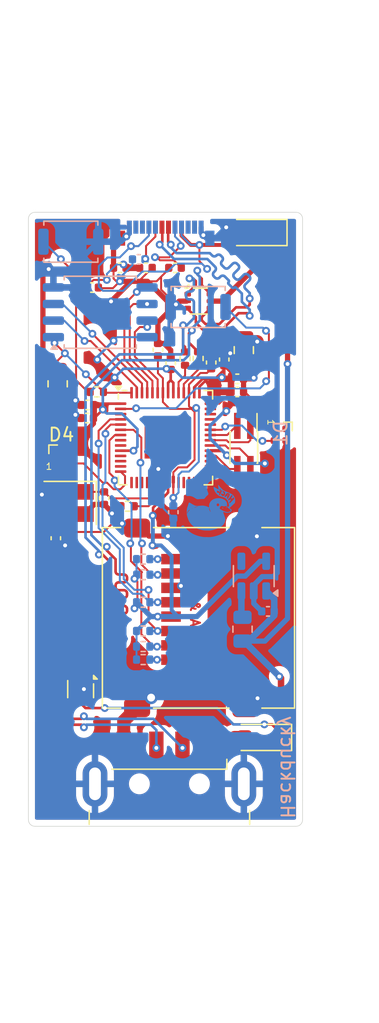
<source format=kicad_pcb>
(kicad_pcb (version 20241229) (generator "pcbnew") (generator_version "9.0")
  (layers (0 "F.Cu" signal) (2 "B.Cu" signal) (13 "F.Paste" user) (15 "B.Paste" user) (5 "F.SilkS" user "F.Silkscreen") (7 "B.SilkS" user "B.Silkscreen") (1 "F.Mask" user) (3 "B.Mask" user) (25 "Edge.Cuts" user))
  (net 0 "")
  (net 1 "GND")
  (net 2 "+1V1")
  (net 3 "+3V3")
  (net 4 "XOUT")
  (net 5 "XIN")
  (net 6 "+5V")
  (net 8 "GP25")
  (net 9 "D+")
  (net 10 "D-")
  (net 11 "Net-(J3-DAT1)")
  (net 12 "Net-(D2-A)")
  (net 13 "Net-(D3-A)")
  (net 14 "Net-(J3-DAT2)")
  (net 18 "Net-(P2-VCONN)")
  (net 19 "Net-(P2-CC)")
  (net 27 "Net-(U4-USB_DP)")
  (net 28 "QSPI_SS")
  (net 29 "Net-(R8-Pad1)")
  (net 30 "Net-(U4-USB_DM)")
  (net 31 "PUSH")
  (net 32 "QSPI_SD3")
  (net 33 "QSPI_SD0")
  (net 34 "QSPI_SD2")
  (net 35 "QSPI_SD1")
  (net 36 "QSPI_SCLK")
  (net 37 "GPIO23")
  (net 38 "GPIO26_ADC3")
  (net 39 "GPIO8")
  (net 40 "GPIO17")
  (net 41 "GPIO24")
  (net 42 "GPIO11")
  (net 43 "RUN")
  (net 44 "GPIO12")
  (net 45 "GPIO13")
  (net 46 "GPIO21")
  (net 47 "GPIO22")
  (net 48 "GPIO14")
  (net 49 "GPIO26_ADC0")
  (net 50 "SWD")
  (net 51 "GPIO9")
  (net 52 "GPIO6")
  (net 53 "GPIO26_ADC1")
  (net 54 "GPIO1")
  (net 55 "GPIO18")
  (net 56 "GPIO10")
  (net 57 "GPIO19")
  (net 58 "GPIO0")
  (net 59 "GPIO15")
  (net 60 "GPIO16")
  (net 61 "GPIO20")
  (net 62 "SWCLK")
  (net 63 "GPIO7")
  (net 64 "Net-(U2-EN)")
  (net 66 "DUPA-")
  (net 67 "DUPA+")
  (net 68 "SD_MISO")
  (net 69 "SD_MOSI")
  (net 70 "SD_CS")
  (net 71 "SD_CLK")
  (net 72 "DUPC-")
  (net 73 "DUPC+")
  (net 74 "Net-(C12-Pad1)")
  (footprint "Resistor_SMD:R_0402_1005Metric" (layer "F.Cu") (at 84.74 77.25)
    (property "Reference" "R8" (hide yes))
    (property "Value" "1k")
  )
  (footprint "Capacitor_SMD:C_0402_1005Metric" (layer "F.Cu") (at 85.3 85.38 -90)
    (property "Reference" "C13" (hide yes))
    (property "Value" "15pF")
  )
  (footprint "Capacitor_SMD:C_0402_1005Metric" (layer "F.Cu") (at 84.02 78.25 180)
    (property "Reference" "C17" (hide yes))
    (property "Value" "100nF")
  )
  (footprint "Capacitor_SMD:C_0402_1005Metric" (layer "F.Cu") (at 81.6 88.45 -90)
    (property "Reference" "C12" (hide yes))
    (property "Value" "15pF")
  )
  (footprint "Capacitor_SMD:C_0805_2012Metric" (layer "F.Cu") (at 96 74.05 -90)
    (property "Reference" "C15" (hide yes))
    (property "Value" "1uF")
  )
  (footprint "Package_DFN_QFN:QFN-56-1EP_7x7mm_P0.4mm_EP3.2x3.2mm" (layer "F.Cu") (at 90 80.75)
    (property "Reference" "U4" (hide yes))
    (property "Value" "RP2040")
  )
  (footprint "Capacitor_SMD:C_0402_1005Metric" (layer "F.Cu") (at 84 79.25 180)
    (property "Reference" "C18" (hide yes))
    (property "Value" "100nF")
  )
  (footprint "Connector_USB:USB_A_CNCTech_1001-011-01101_Horizontal" (layer "F.Cu") (at 90.3 114.15 -90)
    (property "Reference" "J1" (hide yes))
    (property "Value" "USB_A")
  )
  (footprint "LOGO" (layer "F.Cu") (at 82.75 65.75)
    (property "Reference" "G***" (hide yes))
    (property "Value" "LOGO" (hide yes))
  )
  (footprint "Crystal:Crystal_SMD_Abracon_ABM8G-4Pin_3.2x2.5mm" (layer "F.Cu") (at 82.7 85.75 180)
    (property "Reference" "Y1" (hide yes))
    (property "Value" "Crystal_GND24")
  )
  (footprint "Connector_USB:USB_C_Plug_Molex_105444" (layer "F.Cu") (at 89.979 64.6)
    (property "Reference" "P2" (hide yes))
    (property "Value" "USB_C_Plug")
  )
  (footprint "Capacitor_SMD:C_0402_1005Metric" (layer "F.Cu") (at 88.5 67.75)
    (property "Reference" "C20" (hide yes))
    (property "Value" "100nF")
  )
  (footprint "Resistor_SMD:R_0402_1005Metric" (layer "F.Cu") (at 92.5 74.69 90)
    (property "Reference" "R22" (hide yes))
    (property "Value" "27.4")
  )
  (footprint "Capacitor_SMD:C_0402_1005Metric" (layer "F.Cu") (at 84.38 69.26)
    (property "Reference" "C16" (hide yes))
    (property "Value" "100n")
  )
  (footprint "Capacitor_SMD:C_0402_1005Metric" (layer "F.Cu") (at 89.42 74.02 90)
    (property "Reference" "C7" (hide yes))
    (property "Value" "100nF")
  )
  (footprint "Capacitor_SMD:C_0402_1005Metric" (layer "F.Cu") (at 95.5 77.25)
    (property "Reference" "C22" (hide yes))
    (property "Value" "100n")
  )
  (footprint "LED_SMD:LED_SK6812_EC15_1.5x1.5mm" (layer "F.Cu") (at 82.025 82.275)
    (property "Reference" "D4")
    (property "Value" "WS2812B")
  )
  (footprint "LED_SMD:LED_SK6812_EC15_1.5x1.5mm" (layer "F.Cu") (at 98.75 80.525 -90)
    (property "Reference" "D1")
    (property "Value" "WS2812B")
  )
  (footprint "Resistor_SMD:R_0805_2012Metric_Pad1.20x1.40mm_HandSolder" (layer "F.Cu") (at 81.74 76.63 90)
    (property "Reference" "R15" (hide yes))
    (property "Value" "DNF")
  )
  (footprint "Capacitor_SMD:C_0402_1005Metric" (layer "F.Cu") (at 94.5 74.77 90)
    (property "Reference" "C10" (hide yes))
    (property "Value" "1uF")
  )
  (footprint "Connector_Card:microSD_HC_Molex_47219-2001" (layer "F.Cu") (at 92.525 94.545 90)
    (property "Reference" "J3" (hide yes))
    (property "Value" "Micro_SD_Card")
  )
  (footprint "Package_TO_SOT_SMD:SOT-666" (layer "F.Cu") (at 92.55 70.3)
    (property "Reference" "U5" (hide yes))
    (property "Value" "USBLC6-2P6")
  )
  (footprint "Package_TO_SOT_SMD:SOT-666" (layer "F.Cu") (at 83.5 100 -90)
    (property "Reference" "U3" (hide yes))
    (property "Value" "USBLC6-2P6")
  )
  (footprint "Capacitor_SMD:C_0402_1005Metric" (layer "F.Cu") (at 86.5 67.75 180)
    (property "Reference" "C19" (hide yes))
    (property "Value" "100nF")
  )
  (footprint "Resistor_SMD:R_0402_1005Metric" (layer "F.Cu") (at 91.5 74.7 90)
    (property "Reference" "R7" (hide yes))
    (property "Value" "27.4")
  )
  (footprint "Capacitor_SMD:C_0402_1005Metric" (layer "F.Cu") (at 90.729 67.75 180)
    (property "Reference" "R5" (hide yes))
    (property "Value" "5.1K" (hide yes))
  )
  (footprint "Diode_SMD:D_SOD-123F" (layer "F.Cu") (at 97.45 103.7 180)
    (property "Reference" "D3" (hide yes))
    (property "Value" "MBR1020VL" (hide yes))
  )
  (footprint "Capacitor_SMD:C_0402_1005Metric" (layer "F.Cu") (at 90.4 75.05 90)
    (property "Reference" "C11" (hide yes))
    (property "Value" "100nF")
  )
  (footprint "Connector_PinHeader_1.00mm:PinHeader_2x02_P1.00mm_Vertical_SMD" (layer "F.Cu") (at 96 81.5 -90)
    (property "Reference" "J2" (hide yes))
    (property "Value" "Conn_02x02_Top_Bottom" (hide yes))
  )
  (footprint "Diode_SMD:D_SOD-123F" (layer "F.Cu") (at 97.1 65.05 180)
    (property "Reference" "D2" (hide yes))
    (property "Value" "MBR1020VL" (hide yes))
  )
  (footprint "Capacitor_SMD:C_0402_1005Metric" (layer "F.Cu") (at 95.5 76.25)
    (property "Reference" "C21" (hide yes))
    (property "Value" "100nF")
  )
  (footprint "Capacitor_SMD:C_0402_1005Metric" (layer "F.Cu") (at 93.5 75 90)
    (property "Reference" "C9" (hide yes))
    (property "Value" "1uF")
  )
  (footprint "Resistor_SMD:R_0402_1005Metric" (layer "F.Cu") (at 87.1 86 180)
    (property "Reference" "R9" (hide yes))
    (property "Value" "1k")
  )
  (footprint "Resistor_SMD:R_0402_1005Metric" (layer "B.Cu") (at 88.29 96.74)
    (property "Reference" "R17" (hide yes))
    (property "Value" "10k")
  )
  (footprint "Button_Switch_SMD:SW_Push_SPST_NO_Alps_SKRK" (layer "B.Cu") (at 92.5 70.75)
    (property "Reference" "SW4" (hide yes))
    (property "Value" "BOOT_SEL")
  )
  (footprint "Resistor_SMD:R_0805_2012Metric" (layer "B.Cu") (at 95.9 95.4125 90)
    (property "Reference" "R6" (hide yes))
    (property "Value" "5.1K" (hide yes))
  )
  (footprint "Package_SO:SOIC-8_5.3x5.3mm_P1.27mm" (layer "B.Cu") (at 85 71.155)
    (property "Reference" "U1" (hide yes))
    (property "Value" "W25Q16JVSS")
  )
  (footprint "Capacitor_SMD:C_0402_1005Metric" (layer "B.Cu") (at 90.6 86.45 -90)
    (property "Reference" "C8" (hide yes))
    (property "Value" "100nF")
  )
  (footprint "Resistor_SMD:R_0402_1005Metric" (layer "B.Cu") (at 88.3 91.24)
    (property "Reference" "R20" (hide yes))
    (property "Value" "10k")
  )
  (footprint "Resistor_SMD:R_0402_1005Metric" (layer "B.Cu") (at 88.29 95.55)
    (property "Reference" "R18" (hide yes))
    (property "Value" "10k")
  )
  (footprint "LOGO" (layer "B.Cu") (at 93.466219 86.28 180)
    (property "Reference" "G***" (hide yes))
    (property "Value" "LOGO" (hide yes))
  )
  (footprint "Capacitor_SMD:C_0402_1005Metric" (layer "B.Cu") (at 97.85 94.05 180)
    (property "Reference" "C14" (hide yes))
    (property "Value" "1uF" (hide yes))
  )
  (footprint "LOGO" (layer "B.Cu") (at 93.466219 86.28 180)
    (property "Reference" "G***" (hide yes))
    (property "Value" "LOGO" (hide yes))
  )
  (footprint "LOGO" (layer "B.Cu") (at 81.75 101.25 -90)
    (property "Reference" "G***" (hide yes))
    (property "Value" "LOGO" (hide yes))
  )
  (footprint "Package_TO_SOT_SMD:SOT-23-5" (layer "B.Cu") (at 96.7625 91.35 90)
    (property "Reference" "U2" (hide yes))
    (property "Value" "AP2112K-3.3")
  )
  (footprint "Resistor_SMD:R_0402_1005Metric" (layer "B.Cu") (at 88.29 93.35)
    (property "Reference" "R19" (hide yes))
    (property "Value" "10k" (hide yes))
  )
  (footprint "Resistor_SMD:R_0402_1005Metric" (layer "B.Cu") (at 88.29 97.74)
    (property "Reference" "R16" (hide yes))
    (property "Value" "10k")
  )
  (footprint "Capacitor_SMD:C_0402_1005Metric" (layer "B.Cu") (at 87.95 67.1 180)
    (property "Reference" "R4" (hide yes))
    (property "Value" "5.1K" (hide yes))
  )
  (footprint "Button_Switch_SMD:SW_Push_SPST_NO_Alps_SKRK" (layer "B.Cu") (at 82.75 65.75 180)
    (property "Reference" "SW3" (hide yes))
    (property "Value" "BOOT_SEL")
  )
  (footprint "Resistor_SMD:R_0402_1005Metric" (layer "B.Cu") (at 88.29 90.05)
    (property "Reference" "R21" (hide yes))
    (property "Value" "10k")
  )
  (gr_line (start 79.5 106.5) (end 79.5 105.4) (stroke (width 0.05)) (layer "Edge.Cuts"))
  (gr_line (start 79.5 105.4) (end 79.5 64) (stroke (width 0.05)) (layer "Edge.Cuts"))
  (gr_line (start 100.5 105.4) (end 100.5 106.5) (stroke (width 0.05)) (layer "Edge.Cuts"))
  (gr_arc (start 80 110.5) (mid 79.646447 110.353553) (end 79.5 110) (stroke (width 0.05)) (layer "Edge.Cuts"))
  (gr_line (start 100.5 64) (end 100.5 105.4) (stroke (width 0.05)) (layer "Edge.Cuts"))
  (gr_arc (start 79.5 64) (mid 79.646447 63.646447) (end 80 63.5) (stroke (width 0.05)) (layer "Edge.Cuts"))
  (gr_line (start 79.5 106.5) (end 79.5 108.5) (stroke (width 0.05)) (layer "Edge.Cuts"))
  (gr_line (start 100.5 108.5) (end 100.5 110) (stroke (width 0.05)) (layer "Edge.Cuts"))
  (gr_arc (start 100.5 110) (mid 100.353553 110.353553) (end 100 110.5) (stroke (width 0.05)) (layer "Edge.Cuts"))
  (gr_arc (start 100 63.5) (mid 100.353553 63.646447) (end 100.5 64) (stroke (width 0.05)) (layer "Edge.Cuts"))
  (gr_line (start 100 110.5) (end 80 110.5) (stroke (width 0.05)) (layer "Edge.Cuts"))
  (gr_line (start 100.5 106.5) (end 100.5 108.5) (stroke (width 0.05)) (layer "Edge.Cuts"))
  (gr_line (start 79.5 108.5) (end 79.5 110) (stroke (width 0.05)) (layer "Edge.Cuts"))
  (gr_line (start 80 63.5) (end 100 63.5) (stroke (width 0.05)) (layer "Edge.Cuts"))
  (gr_text "Souptik & Aarav." (at 91.85 93.3 270) (layer "F.Cu") (effects (font (size 0.7 0.7)) (justify bottom)))
  (gr_text "Hackducky\n" (at 98.75 110 270) (layer "B.SilkS") (effects (font (size 1 1)) (justify left bottom mirror)))
  (segment (start 96.125 87.67) (end 96.37 87.67) (width 0.15) (layer "F.Cu") (net 1))
  (segment (start 88.62 68.785) (end 89.315 68.785) (width 0.15) (layer "F.Cu") (net 1))
  (segment (start 95.98 76.25) (end 96.68 76.25) (width 0.4) (layer "F.Cu") (net 1))
  (segment (start 81.85 84.9) (end 83.55 86.6) (width 0.4) (layer "F.Cu") (net 1))
  (segment (start 90.8 70.55) (end 91.05 70.3) (width 0.4) (layer "F.Cu") (net 1))
  (segment (start 83.55 86.6) (end 83.8 86.6) (width 0.4) (layer "F.Cu") (net 1))
  (segment (start 90.16 70.325) (end 88.8125 68.9775) (width 0.4) (layer "F.Cu") (net 1))
  (segment (start 89.665 68.435) (end 89.665 69.415) (width 0.15) (layer "F.Cu") (net 1))
  (segment (start 92.729 65.079) (end 92.9 65.25) (width 0.4) (layer "F.Cu") (net 1))
  (segment (start 88.8125 68.9775) (end 88.62 68.785) (width 0.4) (layer "F.Cu") (net 1))
  (segment (start 81.6 82.75) (end 81.575 82.725) (width 0.4) (layer "F.Cu") (net 1))
  (segment (start 96.2 73.4) (end 96 73.2) (width 1) (layer "F.Cu") (net 1))
  (segment (start 86.235 68.785) (end 86.02 68.57) (width 0.15) (layer "F.Cu") (net 1))
  (segment (start 96 73.2) (end 96 73.1) (width 1) (layer "F.Cu") (net 1))
  (segment (start 87.945 68.785) (end 88.62 68.785) (width 0.15) (layer "F.Cu") (net 1))
  (segment (start 88.733937 88.283937) (end 88.12 87.67) (width 0.4) (layer "F.Cu") (net 1))
  (segment (start 81.39 85.11) (end 81.6 84.9) (width 0.4) (layer "F.Cu") (net 1))
  (segment (start 81.6 88.93) (end 82.24 88.93) (width 0.15) (layer "F.Cu") (net 1))
  (segment (start 88.12 87.67) (end 87.825 87.67) (width 0.4) (layer "F.Cu") (net 1))
  (segment (start 83.54 78.25) (end 83.45 78.25) (width 0.4) (layer "F.Cu") (net 1))
  (segment (start 86.5 68.785) (end 86.235 68.785) (width 0.15) (layer "F.Cu") (net 1))
  (segment (start 88.62 68.785) (end 87.4 68.785) (width 0.4) (layer "F.Cu") (net 1))
  (segment (start 90.16 71.19) (end 90.16 70.325) (width 0.4) (layer "F.Cu") (net 1))
  (segment (start 95.98 77.25) (end 96.075 77.25) (width 0.15) (layer "F.Cu") (net 1))
  (segment (start 96.37 87.67) (end 97 88.3) (width 0.15) (layer "F.Cu") (net 1))
  (segment (start 90.425 92.25) (end 91.030133 92.25) (width 0.4) (layer "F.Cu") (net 1))
  (segment (start 86.235 68.785) (end 86.335 68.885) (width 0.15) (layer "F.Cu") (net 1))
  (segment (start 80.53 85.11) (end 81.39 85.11) (width 0.4) (layer "F.Cu") (net 1))
  (segment (start 89.42 73.54) (end 89.89 73.54) (width 0.4) (layer "F.Cu") (net 1))
  (segment (start 86.8 102.445) (end 87.825 101.42) (width 1) (layer "F.Cu") (net 1))
  (segment (start 88.98 67.75) (end 87.945 68.785) (width 0.15) (layer "F.Cu") (net 1))
  (segment (start 95.98 76.25) (end 96.07 76.34) (width 0.4) (layer "F.Cu") (net 1))
  (segment (start 89.665 68.435) (end 90.249 67.851) (width 0.15) (layer "F.Cu") (net 1))
  (segment (start 90.425 74.545) (end 90.4 74.57) (width 0.4) (layer "F.Cu") (net 1))
  (segment (start 86.5 68.785) (end 85.975 69.31) (width 0.15) (layer "F.Cu") (net 1))
  (segment (start 89 84.1875) (end 89 83.6) (width 0.15) (layer "F.Cu") (net 1))
  (segment (start 86.02 66.019) (end 86.02 67.75) (width 0.4) (layer "F.Cu") (net 1))
  (segment (start 81.6 84.9) (end 81.6 82.75) (width 0.4) (layer "F.Cu") (net 1))
  (segment (start 97.025 73.4) (end 96.2 73.4) (width 1) (layer "F.Cu") (net 1))
  (segment (start 86.671232 87.321232) (end 87.02 87.67) (width 0.4) (layer "F.Cu") (net 1))
  (segment (start 85.9 86.55) (end 85.9 86.46) (width 0.4) (layer "F.Cu") (net 1))
  (segment (start 87.945 68.785) (end 86.5 68.785) (width 0.15) (layer "F.Cu") (net 1))
  (segment (start 89.315 68.785) (end 89.665 68.435) (width 0.15) (layer "F.Cu") (net 1))
  (segment (start 90.16 71.19) (end 90.8 70.55) (width 0.4) (layer "F.Cu") (net 1))
  (segment (start 93.5 74.52) (end 94.27 74.52) (width 0.4) (layer "F.Cu") (net 1))
  (segment (start 85.9 86.46) (end 85.3 85.86) (width 0.4) (layer "F.Cu") (net 1))
  (segment (start 83.52 79.25) (end 83.35 79.25) (width 0.4) (layer "F.Cu") (net 1))
  (segment (start 86.8 104.5) (end 86.8 102.445) (width 1) (layer "F.Cu") (net 1))
  (segment (start 85.83 70.32) (end 87.365 68.785) (width 0.4) (layer "F.Cu") (net 1))
  (segment (start 95.98 76.25) (end 95.98 77.25) (width 0.4) (layer "F.Cu") (net 1))
  (segment (start 84.54 85.86) (end 85.3 85.86) (width 0.4) (layer "F.Cu") (net 1))
  (segment (start 90.249 67.851) (end 90.249 67.75) (width 0.15) (layer "F.Cu") (net 1))
  (segment (start 96.125 101.42) (end 96.33 101.42) (width 0.15) (layer "F.Cu") (net 1))
  (segment (start 98.3 79.475) (end 98.3 80.075) (width 0.15) (layer "F.Cu") (net 1))
  (segment (start 89.42 71.93) (end 90.16 71.19) (width 0.4) (layer "F.Cu") (net 1))
  (segment (start 96.33 101.42) (end 97.05 100.7) (width 0.15) (layer "F.Cu") (net 1))
  (segment (start 87.4 68.785) (end 86.5 68.785) (width 0.4) (layer "F.Cu") (net 1))
  (segment (start 84.91 69.31) (end 84.86 69.26) (width 0.15) (layer "F.Cu") (net 1))
  (segment (start 83.5 99.75) (end 83.75 100) (width 0.2) (layer "F.Cu") (net 1))
  (segment (start 87.229 65.121) (end 87 65.35) (width 0.4) (layer "F.Cu") (net 1))
  (segment (start 87.365 68.785) (end 87.4 68.785) (width 0.4) (layer "F.Cu") (net 1))
  (segment (start 90 82.6) (end 89.45 83.15) (width 0.15) (layer "F.Cu") (net 1))
  (segment (start 84.54 85.86) (end 83.8 86.6) (width 0.4) (layer "F.Cu") (net 1))
  (segment (start 91.030133 92.25) (end 91.180133 92.1) (width 0.4) (layer "F.Cu") (net 1))
  (segment (start 89 83.6) (end 89.45 83.15) (width 0.15) (layer "F.Cu") (net 1))
  (segment (start 94.96 74.29) (end 94.5 74.29) (width 0.4) (layer "F.Cu") (net 1))
  (segment (start 96.68 76.25) (end 96.76 76.17) (width 0.4) (layer "F.Cu") (net 1))
  (segment (start 89.665 69.415) (end 90.8 70.55) (width 0.15) (layer "F.Cu") (net 1))
  (segment (start 87.229 64.64) (end 87.229 65.121) (width 0.4) (layer "F.Cu") (net 1))
  (segment (start 91.05 70.3) (end 91.625 70.3) (width 0.4) (layer "F.Cu") (net 1))
  (segment (start 89.89 73.54) (end 90.4 74.05) (width 0.4) (layer "F.Cu") (net 1))
  (segment (start 86.559 65.48) (end 86.87 65.48) (width 0.4) (layer "F.Cu") (net 1))
  (segment (start 86.02 68.57) (end 86.02 67.75) (width 0.15) (layer "F.Cu") (net 1))
  (segment (start 88.13 101.42) (end 88.9 100.65) (width 0.15) (layer "F.Cu") (net 1))
  (segment (start 83.45 78.25) (end 83.1 77.9) (width 0.4) (layer "F.Cu") (net 1))
  (segment (start 83.35 79.25) (end 83.1 79) (width 0.4) (layer "F.Cu") (net 1))
  (segment (start 90.183937 88.283937) (end 88.733937 88.283937) (width 0.4) (layer "F.Cu") (net 1))
  (segment (start 81.6 84.9) (end 81.85 84.9) (width 0.4) (layer "F.Cu") (net 1))
  (segment (start 87.825 101.42) (end 88.13 101.42) (width 0.15) (layer "F.Cu") (net 1))
  (segment (start 85.975 69.31) (end 84.91 69.31) (width 0.15) (layer "F.Cu") (net 1))
  (segment (start 80.61 68.29) (end 80.61 83.91) (width 0.4) (layer "F.Cu") (net 1))
  (segment (start 90.4 74.05) (end 90.4 74.57) (width 0.4) (layer "F.Cu") (net 1))
  (segment (start 83.5 99.075) (end 83.5 99.75) (width 0.2) (layer "F.Cu") (net 1))
  (segment (start 96.075 77.25) (end 98.3 79.475) (width 0.15) (layer "F.Cu") (net 1))
  (segment (start 81.05 67.85) (end 80.61 68.29) (width 0.4) (layer "F.Cu") (net 1))
  (segment (start 87.02 87.67) (end 87.825 87.67) (width 0.4) (layer "F.Cu") (net 1))
  (segment (start 86.87 65.48) (end 87 65.35) (width 0.4) (layer "F.Cu") (net 1))
  (segment (start 89.42 73.54) (end 89.42 71.93) (width 0.4) (layer "F.Cu") (net 1))
  (segment (start 80.61 83.91) (end 81.6 84.9) (width 0.4) (layer "F.Cu") (net 1))
  (segment (start 86.559 65.48) (end 86.02 66.019) (width 0.4) (layer "F.Cu") (net 1))
  (segment (start 94.27 74.52) (end 94.5 74.29) (width 0.4) (layer "F.Cu") (net 1))
  (segment (start 92.729 64.64) (end 92.729 65.079) (width 0.4) (layer "F.Cu") (net 1))
  (segment (start 82.24 88.93) (end 82.31 89) (width 0.15) (layer "F.Cu") (net 1))
  (segment (start 90 80.75) (end 90 82.6) (width 0.15) (layer "F.Cu") (net 1))
  (via (at 81.05 67.85) (size 0.6) (drill 0.3) (layers "F.Cu" "B.Cu") (net 1))
  (via (at 86.5 68.785) (size 0.6) (drill 0.3) (layers "F.Cu" "B.Cu") (net 1))
  (via (at 83.1 79) (size 0.6) (drill 0.3) (layers "F.Cu" "B.Cu") (net 1))
  (via (at 96.76 76.17) (size 0.6) (drill 0.3) (layers "F.Cu" "B.Cu") (net 1))
  (via (at 97.05 100.7) (size 0.6) (drill 0.3) (layers "F.Cu" "B.Cu") (net 1))
  (via (at 83.1 77.9) (size 0.6) (drill 0.3) (layers "F.Cu" "B.Cu") (net 1))
  (via (at 80.53 85.11) (size 0.6) (drill 0.3) (layers "F.Cu" "B.Cu") (net 1))
  (via (at 88.9 100.65) (size 1) (drill 0.6) (layers "F.Cu" "B.Cu") (net 1))
  (via (at 97 88.3) (size 0.6) (drill 0.3) (layers "F.Cu" "B.Cu") (net 1))
  (via (at 89.45 83.15) (size 0.6) (drill 0.3) (layers "F.Cu" "B.Cu") (net 1))
  (via (at 82.31 89) (size 0.6) (drill 0.3) (layers "F.Cu" "B.Cu") (net 1))
  (via (at 85.83 70.32) (size 0.6) (drill 0.3) (layers "F.Cu" "B.Cu") (net 1))
  (via (at 83.75 100) (size 0.6) (drill 0.3) (layers "F.Cu" "B.Cu") (net 1))
  (via (at 97.025 73.4) (size 0.6) (drill 0.3) (layers "F.Cu" "B.Cu") (net 1))
  (via (at 94.96 74.29) (size 0.6) (drill 0.3) (layers "F.Cu" "B.Cu") (net 1))
  (via (at 85.9 86.55) (size 0.6) (drill 0.3) (layers "F.Cu" "B.Cu") (net 1))
  (via (at 86.671232 87.321232) (size 0.6) (drill 0.3) (layers "F.Cu" "B.Cu") (net 1))
  (via (at 92.9 65.25) (size 0.6) (drill 0.3) (layers "F.Cu" "B.Cu") (net 1))
  (via (at 90.8 70.55) (size 0.6) (drill 0.3) (layers "F.Cu" "B.Cu") (net 1))
  (via (at 90.183937 88.283937) (size 0.6) (drill 0.3) (layers "F.Cu" "B.Cu") (net 1))
  (via (at 94.65 64.65) (size 0.6) (drill 0.3) (layers "F.Cu" "B.Cu") (net 1))
  (via (at 91.180133 92.1) (size 0.6) (drill 0.3) (layers "F.Cu" "B.Cu") (net 1))
  (via (at 87 65.35) (size 0.6) (drill 0.3) (layers "F.Cu" "B.Cu") (net 1))
  (segment (start 94.96 75.23) (end 95.9 76.17) (width 0.4) (layer "B.Cu") (net 1))
  (segment (start 84.85 65.75) (end 82.75 67.85) (width 0.4) (layer "B.Cu") (net 1))
  (segment (start 87.229 65.121) (end 87 65.35) (width 0.4) (layer "B.Cu") (net 1))
  (segment (start 87.229 64.64) (end 87.229 65.121) (width 0.4) (layer "B.Cu") (net 1))
  (segment (start 96.7625 93.4425) (end 96.7625 92.4875) (width 0.4) (layer "B.Cu") (net 1))
  (segment (start 91.3 91.980133) (end 91.3 89.4) (width 0.4) (layer "B.Cu") (net 1))
  (segment (start 98.55 69.67) (end 94.36 65.48) (width 0.4) (layer "B.Cu") (net 1))
  (segment (start 90.7 88.8) (end 90.6 88.7) (width 0.4) (layer "B.Cu") (net 1))
  (segment (start 86.6 65.75) (end 84.85 65.75) (width 0.4) (layer "B.Cu") (net 1))
  (segment (start 91.180133 92.1) (end 91.3 91.980133) (width 0.4) (layer "B.Cu") (net 1))
  (segment (start 90.6 88.7) (end 90.6 86.93) (width 0.4) (layer "B.Cu") (net 1))
  (segment (start 90.6 70.75) (end 90.8 70.55) (width 0.4) (layer "B.Cu") (net 1))
  (segment (start 82.75 67.85) (end 81.05 67.85) (width 0.4) (layer "B.Cu") (net 1))
  (segment (start 85.83 70.32) (end 83.71 70.32) (width 0.4) (layer "B.Cu") (net 1))
  (segment (start 98.55 87.24) (end 98.55 69.67) (width 0.4) (layer "B.Cu") (net 1))
  (segment (start 90.4 70.75) (end 90.6 70.75) (width 0.4) (layer "B.Cu") (net 1))
  (segment (start 89.85 83.55) (end 89.85 86.18) (width 0.15) (layer "B.Cu") (net 1))
  (segment (start 89.85 86.18) (end 90.6 86.93) (width 0.15) (layer "B.Cu") (net 1))
  (segment (start 93.399 65.48) (end 93.82 65.48) (width 0.4) (layer "B.Cu") (net 1))
  (segment (start 87.47 67.55) (end 87.47 67.1) (width 0.15) (layer "B.Cu") (net 1))
  (segment (start 93.82 65.48) (end 94.65 64.65) (width 0.4) (layer "B.Cu") (net 1))
  (segment (start 92.729 64.64) (end 92.729 65.079) (width 0.4) (layer "B.Cu") (net 1))
  (segment (start 90.183937 88.283937) (end 90.7 88.8) (width 0.4) (layer "B.Cu") (net 1))
  (segment (start 86.5 68.785) (end 86.5 68.52) (width 0.15) (layer "B.Cu") (net 1))
  (segment (start 89.45 83.15) (end 89.85 83.55) (width 0.15) (layer "B.Cu") (net 1))
  (segment (start 86.5 68.52) (end 87.47 67.55) (width 0.15) (layer "B.Cu") (net 1))
  (segment (start 93.399 65.48) (end 93.13 65.48) (width 0.4) (layer "B.Cu") (net 1))
  (segment (start 87 65.35) (end 86.6 65.75) (width 0.4) (layer "B.Cu") (net 1))
  (segment (start 98.56 87.25) (end 98.55 87.24) (width 0.4) (layer "B.Cu") (net 1))
  (segment (start 88.25 100) (end 88.9 100.65) (width 0.2) (layer "B.Cu") (net 1))
  (segment (start 86.671232 87.321232) (end 85.9 86.55) (width 0.4) (layer "B.Cu") (net 1))
  (segment (start 83.71 70.32) (end 82.64 69.25) (width 0.4) (layer "B.Cu") (net 1))
  (segment (start 98.56 91.1) (end 98.56 87.25) (width 0.4) (layer "B.Cu") (net 1))
  (segment (start 93.13 65.48) (end 92.9 65.25) (width 0.4) (layer "B.Cu") (net 1))
  (segment (start 98.27 91.39) (end 98.56 91.1) (width 0.4) (layer "B.Cu") (net 1))
  (segment (start 83.75 100) (end 88.25 100) (width 0.2) (layer "B.Cu") (net 1))
  (segment (start 95.9 76.17) (end 96.76 76.17) (width 0.4) (layer "B.Cu") (net 1))
  (segment (start 94.96 75.23) (end 94.96 74.29) (width 0.4) (layer "B.Cu") (net 1))
  (segment (start 96.7625 92.0375) (end 97.41 91.39) (width 0.4) (layer "B.Cu") (net 1))
  (segment (start 97.41 91.39) (end 98.27 91.39) (width 0.4) (layer "B.Cu") (net 1))
  (segment (start 94.65 64.65) (end 94.49 64.81) (width 0.4) (layer "B.Cu") (net 1))
  (segment (start 82.64 69.25) (end 81.4125 69.25) (width 0.4) (layer "B.Cu") (net 1))
  (segment (start 94.36 65.48) (end 93.399 65.48) (width 0.4) (layer "B.Cu") (net 1))
  (segment (start 91.3 89.4) (end 90.7 88.8) (width 0.4) (layer "B.Cu") (net 1))
  (segment (start 97.37 94.05) (end 96.7625 93.4425) (width 0.4) (layer "B.Cu") (net 1))
  (segment (start 92.729 65.079) (end 92.9 65.25) (width 0.4) (layer "B.Cu") (net 1))
  (segment (start 96.7625 92.4875) (end 96.7625 92.0375) (width 0.4) (layer "B.Cu") (net 1))
  (segment (start 91.8 77.3125) (end 91.8 76.675678) (width 0.15) (layer "F.Cu") (net 2))
  (segment (start 91.65 83.025) (end 92.225 82.45) (width 0.15) (layer "F.Cu") (net 2))
  (segment (start 90.6 84.1875) (end 90.6 85.35) (width 0.15) (layer "F.Cu") (net 2))
  (segment (start 89.8 78.025) (end 90.325 78.55) (width 0.15) (layer "F.Cu") (net 2))
  (segment (start 92.675678 75.8) (end 93.18 75.8) (width 0.15) (layer "F.Cu") (net 2))
  (segment (start 92.35 78.475) (end 91.925 78.475) (width 0.15) (layer "F.Cu") (net 2))
  (segment (start 91.8 77.3125) (end 91.8 78.35) (width 0.15) (layer "F.Cu") (net 2))
  (segment (start 92.225 78.775) (end 92 78.55) (width 0.15) (layer "F.Cu") (net 2))
  (segment (start 90.325 78.55) (end 92 78.55) (width 0.15) (layer "F.Cu") (net 2))
  (segment (start 89.8 77.3125) (end 89.8 78.025) (width 0.15) (layer "F.Cu") (net 2))
  (segment (start 90.6 83.75) (end 90.6 84.1875) (width 0.25) (layer "F.Cu") (net 2))
  (segment (start 91.8 76.675678) (end 92.675678 75.8) (width 0.15) (layer "F.Cu") (net 2))
  (segment (start 89.42 75.82) (end 89.42 74.5) (width 0.15) (layer "F.Cu") (net 2))
  (segment (start 93.18 75.8) (end 93.5 75.48) (width 0.15) (layer "F.Cu") (net 2))
  (segment (start 92.225 82.45) (end 92.225 78.775) (width 0.15) (layer "F.Cu") (net 2))
  (segment (start 91.8 78.35) (end 92 78.55) (width 0.15) (layer "F.Cu") (net 2))
  (segment (start 90.6 83.4) (end 90.975 83.025) (width 0.15) (layer "F.Cu") (net 2))
  (segment (start 91.925 78.475) (end 91.8 78.35) (width 0.15) (layer "F.Cu") (net 2))
  (segment (start 89.8 76.2) (end 89.42 75.82) (width 0.15) (layer "F.Cu") (net 2))
  (segment (start 89.8 77.3125) (end 89.8 76.2) (width 0.15) (layer "F.Cu") (net 2))
  (segment (start 90.6 84.1875) (end 90.6 83.4) (width 0.15) (layer "F.Cu") (net 2))
  (segment (start 90.975 83.025) (end 91.65 83.025) (width 0.15) (layer "F.Cu") (net 2))
  (via (at 92.35 78.475) (size 0.6) (drill 0.3) (layers "F.Cu" "B.Cu") (net 2))
  (via (at 90.6 85.35) (size 0.6) (drill 0.3) (layers "F.Cu" "B.Cu") (net 2))
  (segment (start 91 84.95) (end 91 83.6) (width 0.15) (layer "B.Cu") (net 2))
  (segment (start 90.6 85.35) (end 91 84.95) (width 0.15) (layer "B.Cu") (net 2))
  (segment (start 90.6 85.35) (end 90.6 85.97) (width 0.4) (layer "B.Cu") (net 2))
  (segment (start 91.8 83.35) (end 92.55 82.6) (width 0.15) (layer "B.Cu") (net 2))
  (segment (start 92.55 78.675) (end 92.35 78.475) (width 0.15) (layer "B.Cu") (net 2))
  (segment (start 92.55 82.6) (end 92.55 78.675) (width 0.15) (layer "B.Cu") (net 2))
  (segment (start 91.25 83.35) (end 91.8 83.35) (width 0.15) (layer "B.Cu") (net 2))
  (segment (start 91 83.6) (end 91.25 83.35) (width 0.15) (layer "B.Cu") (net 2))
  (segment (start 86.98 67.75) (end 88.02 67.75) (width 0.15) (layer "F.Cu") (net 3))
  (segment (start 86.5625 81.75) (end 87.55 81.75) (width 0.2) (layer "F.Cu") (net 3))
  (segment (start 94.5 75.25) (end 94.5 75.95) (width 0.2) (layer "F.Cu") (net 3))
  (segment (start 95.75 75.25) (end 96 75) (width 0.2) (layer "F.Cu") (net 3))
  (segment (start 93.4375 78.15) (end 94.12 78.15) (width 0.15) (layer "F.Cu") (net 3))
  (segment (start 94.5 75.55) (end 93.8 76.25) (width 0.2) (layer "F.Cu") (net 3))
  (segment (start 94.5 75.95) (end 94.31 76.14) (width 0.2) (layer "F.Cu") (net 3))
  (segment (start 95.02 75.77) (end 94.5 75.25) (width 0.2) (layer "F.Cu") (net 3))
  (segment (start 90.126 85.035034) (end 90.126 85.024) (width 0.2) (layer "F.Cu") (net 3))
  (segment (start 94.31 76.14) (end 94.91 76.14) (width 0.2) (layer "F.Cu") (net 3))
  (segment (start 86.1 76.1) (end 84.775 74.775) (width 0.2) (layer "F.Cu") (net 3))
  (segment (start 84.6 78.15) (end 85.65 78.15) (width 0.2) (layer "F.Cu") (net 3))
  (segment (start 90.6 77.3125) (end 90.6 76.55) (width 0.2) (layer "F.Cu") (net 3))
  (segment (start 84.48 79.25) (end 84.55 79.25) (width 0.2) (layer "F.Cu") (net 3))
  (segment (start 86.1 76.15) (end 86.1 76.1) (width 0.2) (layer "F.Cu") (net 3))
  (segment (start 94.5 75.25) (end 94.5 75.55) (width 0.2) (layer "F.Cu") (net 3))
  (segment (start 81.74 80.01) (end 81.74 77.63) (width 0.4) (layer "F.Cu") (net 3))
  (segment (start 97.61 82.725) (end 97.95 82.725) (width 0.25) (layer "F.Cu") (net 3))
  (segment (start 84.48 79.67) (end 84.05 80.1) (width 0.4) (layer "F.Cu") (net 3))
  (segment (start 93.4375 81.75) (end 94.35 81.75) (width 0.25) (layer "F.Cu") (net 3))
  (segment (start 95.02 76.25) (end 95.02 75.98) (width 0.5) (layer "F.Cu") (net 3))
  (segment (start 85.65 78.15) (end 86.5625 78.15) (width 0.2) (layer "F.Cu") (net 3))
  (segment (start 89.023461 86.719411) (end 89.05 86.692872) (width 0.2) (layer "F.Cu") (net 3))
  (segment (start 86.98 67.75) (end 86.98 67.691655) (width 0.15) (layer "F.Cu") (net 3))
  (segment (start 89.05 86.692872) (end 89.05 86.111034) (width 0.2) (layer "F.Cu") (net 3))
  (segment (start 90.2 77.3125) (end 90.2 76.55) (width 0.2) (layer "F.Cu") (net 3))
  (segment (start 93.2 76.25) (end 93.3 76.25) (width 0.2) (layer "F.Cu") (net 3))
  (segment (start 87.849 91.775129) (end 87.849 93.596) (width 0.15) (layer "F.Cu") (net 3))
  (segment (start 95.02 78.35) (end 94.66 78.71) (width 0.25) (layer "F.Cu") (net 3))
  (segment (start 84.55 79.25) (end 85.2 78.6) (width 0.2) (layer "F.Cu") (net 3))
  (segment (start 93.3 76.25) (end 95.02 76.25) (width 0.2) (layer "F.Cu") (net 3))
  (segment (start 95.02 75.98) (end 96 75) (width 0.5) (layer "F.Cu") (net 3))
  (segment (start 85.65 78.15) (end 85.2 78.6) (width 0.2) (layer "F.Cu") (net 3))
  (segment (start 89.05 86.111034) (end 90.126 85.035034) (width 0.2) (layer "F.Cu") (net 3))
  (segment (start 94.12 78.15) (end 95.02 77.25) (width 0.15) (layer "F.Cu") (net 3))
  (segment (start 90.425 94.45) (end 89.4 94.45) (width 0.4) (layer "F.Cu") (net 3))
  (segment (start 90.126 85.024) (end 90.2 84.95) (width 0.2) (layer "F.Cu") (net 3))
  (segment (start 90.13 75.53) (end 90.075 75.475) (width 0.2) (layer "F.Cu") (net 3))
  (segment (start 95.02 76.25) (end 95.02 75.77) (width 0.2) (layer "F.Cu") (net 3))
  (segment (start 94.91 76.14) (end 95.02 76.25) (width 0.2) (layer "F.Cu") (net 3))
  (segment (start 93.25 76.25) (end 93.3 76.25) (width 0.2) (layer "F.Cu") (net 3))
  (segment (start 84.05 80.1) (end 81.83 80.1) (width 0.4) (layer "F.Cu") (net 3))
  (segment (start 92.845679 76.25) (end 93.25 76.25) (width 0.2) (layer "F.Cu") (net 3))
  (segment (start 90.6 76.55) (end 90.4 76.35) (width 0.2) (layer "F.Cu") (net 3))
  (segment (start 97.95 82.725) (end 99.2 81.475) (width 0.25) (layer "F.Cu") (net 3))
  (segment (start 94.5 75.25) (end 95.75 75.25) (width 0.2) (layer "F.Cu") (net 3))
  (segment (start 87.849 93.596) (end 87.625 93.82) (width 0.15) (layer "F.Cu") (net 3))
  (segment (start 92.6 76.85) (end 93.2 76.25) (width 0.2) (layer "F.Cu") (net 3))
  (segment (start 90.2 76.55) (end 90.4 76.35) (width 0.2) (layer "F.Cu") (net 3))
  (segment (start 84.5 79.23) (end 84.48 79.25) (width 0.2) (layer "F.Cu") (net 3))
  (segment (start 90.4 75.53) (end 90.13 75.53) (width 0.2) (layer "F.Cu") (net 3))
  (segment (start 99.2 81.475) (end 99.2 80.975) (width 0.25) (layer "F.Cu") (net 3))
  (segment (start 81.83 80.1) (end 81.74 80.01) (width 0.4) (layer "F.Cu") (net 3))
  (segment (start 87.625 91.551129) (end 87.849 91.775129) (width 0.15) (layer "F.Cu") (net 3))
  (segment (start 90.4 76.35) (end 90.4 75.53) (width 0.2) (layer "F.Cu") (net 3))
  (segment (start 84.482924 68.677076) (end 83.9 69.26) (width 0.15) (layer "F.Cu") (net 3))
  (segment (start 92.2 77.3125) (end 92.2 76.895679) (width 0.2) (layer "F.Cu") (net 3))
  (segment (start 85.506035 68.677076) (end 84.482924 68.677076) (width 0.15) (layer "F.Cu") (net 3))
  (segment (start 94.35 81.75) (end 94.7 82.1) (width 0.25) (layer "F.Cu") (net 3))
  (segment (start 92.6 77.3125) (end 92.6 76.85) (width 0.2) (layer "F.Cu") (net 3))
  (segment (start 84.48 79.25) (end 84.48 79.67) (width 0.4) (layer "F.Cu") (net 3))
  (segment (start 84.5 78.25) (end 84.395726 78.25) (width 0.2) (layer "F.Cu") (net 3))
  (segment (start 81.83 80.1) (end 82.475 80.745) (width 0.4) (layer "F.Cu") (net 3))
  (segment (start 93.8 76.25) (end 93.25 76.25) (width 0.2) (layer "F.Cu") (net 3))
  (segment (start 84.5 78.25) (end 84.6 78.15) (width 0.2) (layer "F.Cu") (net 3))
  (segment (start 86.98 67.691655) (end 86.780449 67.492104) (width 0.15) (layer "F.Cu") (net 3))
  (segment (start 90.2 84.95) (end 90.2 84.1875) (width 0.2) (layer "F.Cu") (net 3))
  (segment (start 95.02 76.25) (end 95.02 77.25) (width 0.5) (layer "F.Cu") (net 3))
  (segment (start 84.5 78.25) (end 84.5 79.23) (width 0.4) (layer "F.Cu") (net 3))
  (segment (start 92.2 76.895679) (end 92.845679 76.25) (width 0.2) (layer "F.Cu") (net 3))
  (segment (start 82.475 80.745) (end 82.475 81.825) (width 0.4) (layer "F.Cu") (net 3))
  (segment (start 95.02 77.25) (end 95.02 78.35) (width 0.25) (layer "F.Cu") (net 3))
  (via (at 87.55 81.75) (size 0.6) (drill 0.3) (layers "F.Cu" "B.Cu") (net 3))
  (via (at 97.61 82.725) (size 0.6) (drill 0.3) (layers "F.Cu" "B.Cu") (net 3))
  (via (at 94.7 82.1) (size 0.6) (drill 0.3) (layers "F.Cu" "B.Cu") (net 3))
  (via (at 94.66 78.71) (size 0.6) (drill 0.3) (layers "F.Cu" "B.Cu") (net 3))
  (via (at 89 89) (size 0.6) (drill 0.3) (layers "F.Cu" "B.Cu") (net 3))
  (via (at 86.780449 67.492104) (size 0.6) (drill 0.3) (layers "F.Cu" "B.Cu") (net 3))
  (via (at 89.023461 86.719411) (size 0.6) (drill 0.3) (layers "F.Cu" "B.Cu") (net 3))
  (via (at 86.1 76.15) (size 0.6) (drill 0.3) (layers "F.Cu" "B.Cu") (net 3))
  (via (at 87.625 93.82) (size 0.6) (drill 0.3) (layers "F.Cu" "B.Cu") (net 3))
  (via (at 84.775 74.775) (size 0.6) (drill 0.3) (layers "F.Cu" "B.Cu") (net 3))
  (via (at 85.2 78.6) (size 0.6) (drill 0.3) (layers "F.Cu" "B.Cu") (net 3))
  (via (at 86.025 73.325) (size 0.6) (drill 0.3) (layers "F.Cu" "B.Cu") (net 3))
  (via (at 90.075 75.475) (size 0.6) (drill 0.3) (layers "F.Cu" "B.Cu") (net 3))
  (via (at 87.625 91.551129) (size 0.6) (drill 0.3) (layers "F.Cu" "B.Cu") (net 3))
  (via (at 89.4 94.45) (size 0.6) (drill 0.3) (layers "F.Cu" "B.Cu") (net 3))
  (via (at 94.31 76.14) (size 0.6) (drill 0.3) (layers "F.Cu" "B.Cu") (net 3))
  (via (at 85.506035 68.677076) (size 0.6) (drill 0.3) (layers "F.Cu" "B.Cu") (net 3))
  (segment (start 90.075 75.475) (end 86.775 75.475) (width 0.2) (layer "B.Cu") (net 3))
  (segment (start 87.79 91.24) (end 87.79 91.386129) (width 0.15) (layer "B.Cu") (net 3))
  (segment (start 88.88 94.45) (end 87.78 93.35) (width 0.4) (layer "B.Cu") (net 3))
  (segment (start 89.03 88.97) (end 89 89) (width 0.3) (layer "B.Cu") (net 3))
  (segment (start 85.79 67.94) (end 85.506035 68.223965) (width 0.15) (layer "B.Cu") (net 3))
  (segment (start 87.85 80.1) (end 86.65 78.9) (width 0.2) (layer "B.Cu") (net 3))
  (segment (start 86.237896 67.492104) (end 85.79 67.94) (width 0.15) (layer "B.Cu") (net 3))
  (segment (start 87.625 93.505) (end 87.78 93.35) (width 0.15) (layer "B.Cu") (net 3))
  (segment (start 94.29 76.16) (end 91.28 76.16) (width 0.2) (layer "B.Cu") (net 3))
  (segment (start 95.5 91.35) (end 96.11 91.35) (width 0.4) (layer "B.Cu") (net 3))
  (segment (start 86.65 78.9) (end 85.5 78.9) (width 0.2) (layer "B.Cu") (net 3))
  (segment (start 86.025 73.325) (end 84.775 74.575) (width 0.2) (layer "B.Cu") (net 3))
  (segment (start 89 89) (end 89.66 89) (width 0.3) (layer "B.Cu") (net 3))
  (segment (start 93.41 79.84) (end 93.41 80.81) (width 0.25) (layer "B.Cu") (net 3))
  (segment (start 94.54 78.71) (end 93.41 79.84) (width 0.25) (layer "B.Cu") (net 3))
  (segment (start 89.023461 86.719411) (end 89.03 86.72595) (width 0.3) (layer "B.Cu") (net 3))
  (segment (start 90.595 75.475) (end 90.075 75.475) (width 0.2) (layer "B.Cu") (net 3))
  (segment (start 92.4 94.45) (end 95.5 91.35) (width 0.4) (layer "B.Cu") (net 3))
  (segment (start 97.61 82.725) (end 95.325 82.725) (width 0.25) (layer "B.Cu") (net 3))
  (segment (start 97.2475 90.2125) (end 97.7125 90.2125) (width 0.4) (layer "B.Cu") (net 3))
  (segment (start 86.780449 67.492104) (end 86.237896 67.492104) (width 0.15) (layer "B.Cu") (net 3))
  (segment (start 86.775 75.475) (end 86.1 76.15) (width 0.2) (layer "B.Cu") (net 3))
  (segment (start 95.325 82.725) (end 94.7 82.1) (width 0.25) (layer "B.Cu") (net 3))
  (segment (start 89.03 86.72595) (end 89.03 88.97) (width 0.3) (layer "B.Cu") (net 3))
  (segment (start 85.2 77.05) (end 86.1 76.15) (width 0.2) (layer "B.Cu") (net 3))
  (segment (start 87.625 93.82) (end 87.625 93.505) (width 0.15) (layer "B.Cu") (net 3))
  (segment (start 89 89.015726) (end 89 89) (width 0.3) (layer "B.Cu") (net 3))
  (segment (start 96.11 91.35) (end 97.2475 90.2125) (width 0.4) (layer "B.Cu") (net 3))
  (segment (start 87.79 91.386129) (end 87.625 91.551129) (width 0.15) (layer "B.Cu") (net 3))
  (segment (start 89.4 94.45) (end 90.96 94.45) (width 0.4) (layer "B.Cu") (net 3))
  (segment (start 84.775 74.575) (end 84.775 74.775) (width 0.2) (layer "B.Cu") (net 3))
  (segment (start 87.78 96.74) (end 87.78 95.55) (width 0.15) (layer "B.Cu") (net 3))
  (segment (start 85.506035 68.223965) (end 85.506035 68.677076) (width 0.15) (layer "B.Cu") (net 3))
  (segment (start 87.78 90.05) (end 87.78 91.23) (width 0.15) (layer "B.Cu") (net 3))
  (segment (start 86.29 73.06) (end 88.5875 73.06) (width 0.15) (layer "B.Cu") (net 3))
  (segment (start 90.96 94.45) (end 92.4 94.45) (width 0.4) (layer "B.Cu") (net 3))
  (segment (start 90.47 89.81) (end 90.47 93.96) (width 0.3) (layer "B.Cu") (net 3))
  (segment (start 87.55 81.75) (end 87.85 81.45) (width 0.2) (layer "B.Cu") (net 3))
  (segment (start 94.31 76.14) (end 94.29 76.16) (width 0.2) (layer "B.Cu") (net 3))
  (segment (start 87.78 95.55) (end 88.88 94.45) (width 0.3) (layer "B.Cu") (net 3))
  (segment (start 90.47 93.96) (end 90.96 94.45) (width 0.3) (layer "B.Cu") (net 3))
  (segment (start 85.5 78.9) (end 85.2 78.6) (width 0.2) (layer "B.Cu") (net 3))
  (segment (start 87.78 97.74) (end 87.78 96.74) (width 0.15) (layer "B.Cu") (net 3))
  (segment (start 91.28 76.16) (end 90.595 75.475) (width 0.2) (layer "B.Cu") (net 3))
  (segment (start 94.66 78.71) (end 94.54 78.71) (width 0.25) (layer "B.Cu") (net 3))
  (segment (start 93.41 80.81) (end 94.7 82.1) (width 0.25) (layer "B.Cu") (net 3))
  (segment (start 89.66 89) (end 90.47 89.81) (width 0.3) (layer "B.Cu") (net 3))
  (segment (start 87.85 81.45) (end 87.85 80.1) (width 0.2) (layer "B.Cu") (net 3))
  (segment (start 88.88 94.45) (end 89.4 94.45) (width 0.4) (layer "B.Cu") (net 3))
  (segment (start 87.78 91.23) (end 87.79 91.24) (width 0.15) (layer "B.Cu") (net 3))
  (segment (start 85.2 78.6) (end 85.2 77.05) (width 0.2) (layer "B.Cu") (net 3))
  (segment (start 86.025 73.325) (end 86.29 73.06) (width 0.15) (layer "B.Cu") (net 3))
  (segment (start 89.8 84.1875) (end 89.8 84.9) (width 0.15) (layer "F.Cu") (net 4))
  (segment (start 89.8 84.9) (end 88.7 86) (width 0.15) (layer "F.Cu") (net 4))
  (segment (start 88.7 86) (end 87.61 86) (width 0.15) (layer "F.Cu") (net 4))
  (segment (start 85.3 84.9) (end 83.8 84.9) (width 0.15) (layer "F.Cu") (net 5))
  (segment (start 89.4 84.1875) (end 89.4 84.85) (width 0.15) (layer "F.Cu") (net 5))
  (segment (start 85.8 85.4) (end 85.3 84.9) (width 0.15) (layer "F.Cu") (net 5))
  (segment (start 89.4 84.85) (end 88.85 85.4) (width 0.15) (layer "F.Cu") (net 5))
  (segment (start 88.85 85.4) (end 85.8 85.4) (width 0.15) (layer "F.Cu") (net 5))
  (segment (start 97.575 102.7) (end 98.15 102.7) (width 0.2) (layer "F.Cu") (net 6))
  (segment (start 98.71875 99.03125) (end 98.85 99.1625) (width 0.5) (layer "F.Cu") (net 6))
  (segment (start 99.35 67.05) (end 99.35 75.11) (width 0.4) (layer "F.Cu") (net 6))
  (segment (start 98.5 66.1) (end 98.5 65.05) (width 0.4) (layer "F.Cu") (net 6))
  (segment (start 98.85 99.1625) (end 98.85 102.05) (width 0.5) (layer "F.Cu") (net 6))
  (segment (start 94.3 70.3) (end 98.39 66.21) (width 0.4) (layer "F.Cu") (net 6))
  (segment (start 98.85 103.4) (end 98.85 103.7) (width 0.2) (layer "F.Cu") (net 6))
  (segment (start 97.575 102.7) (end 98.2 102.7) (width 0.2) (layer "F.Cu") (net 6))
  (segment (start 98.39 66.21) (end 98.51 66.21) (width 0.4) (layer "F.Cu") (net 6))
  (segment (start 85.35 101.45) (end 83.868877 101.45) (width 0.2) (layer "F.Cu") (net 6))
  (segment (start 83.868877 101.45) (end 83.5 101.081123) (width 0.2) (layer "F.Cu") (net 6))
  (segment (start 98.39 66.21) (end 98.5 66.1) (width 0.4) (layer "F.Cu") (net 6))
  (segment (start 98.15 102.7) (end 98.85 103.4) (width 0.2) (layer "F.Cu") (net 6))
  (segment (start 83.5 101.081123) (end 83.5 100.925) (width 0.2) (layer "F.Cu") (net 6))
  (segment (start 98.51 66.21) (end 99.35 67.05) (width 0.4) (layer "F.Cu") (net 6))
  (segment (start 98.85 102.05) (end 98.85 103.7) (width 0.5) (layer "F.Cu") (net 6))
  (segment (start 93.475 70.3) (end 94.3 70.3) (width 0.4) (layer "F.Cu") (net 6))
  (via (at 98.71875 99.03125) (size 0.6) (drill 0.3) (layers "F.Cu" "B.Cu") (net 6))
  (via (at 85.35 101.45) (size 0.6) (drill 0.3) (layers "F.Cu" "B.Cu") (net 6))
  (via (at 99.35 75.11) (size 0.6) (drill 0.3) (layers "F.Cu" "B.Cu") (net 6))
  (via (at 97.575 102.7) (size 0.6) (drill 0.3) (layers "F.Cu" "B.Cu") (net 6))
  (segment (start 99.35 94.59) (end 97.615 96.325) (width 0.4) (layer "B.Cu") (net 6))
  (segment (start 98.33 94.359999) (end 98.33 94.05) (width 0.5) (layer "B.Cu") (net 6))
  (segment (start 95.9 96.325) (end 96.364999 96.325) (width 0.5) (layer "B.Cu") (net 6))
  (segment (start 97.615 96.325) (end 95.9 96.325) (width 0.4) (layer "B.Cu") (net 6))
  (segment (start 99.35 75.11) (end 99.35 94.59) (width 0.4) (layer "B.Cu") (net 6))
  (segment (start 97.575 102.7) (end 95.2 102.7) (width 0.2) (layer "B.Cu") (net 6))
  (segment (start 95.9 96.325) (end 96.0125 96.325) (width 0.5) (layer "B.Cu") (net 6))
  (segment (start 96.364999 96.325) (end 98.33 94.359999) (width 0.5) (layer "B.Cu") (net 6))
  (segment (start 95.2 102.7) (end 93.95 101.45) (width 0.2) (layer "B.Cu") (net 6))
  (segment (start 98.33 94.05) (end 98.33 93.105) (width 0.5) (layer "B.Cu") (net 6))
  (segment (start 93.95 101.45) (end 85.35 101.45) (width 0.2) (layer "B.Cu") (net 6))
  (segment (start 98.33 93.105) (end 97.7125 92.4875) (width 0.5) (layer "B.Cu") (net 6))
  (segment (start 96.0125 96.325) (end 98.71875 99.03125) (width 0.5) (layer "B.Cu") (net 6))
  (segment (start 93.4375 80.15) (end 94.325 80.15) (width 0.15) (layer "F.Cu") (net 8))
  (segment (start 94.325 80.15) (end 94.575 79.9) (width 0.15) (layer "F.Cu") (net 8))
  (segment (start 97.425 81) (end 98.275 81) (width 0.15) (layer "F.Cu") (net 8))
  (segment (start 98.275 81) (end 98.3 80.975) (width 0.15) (layer "F.Cu") (net 8))
  (via (at 94.575 79.9) (size 0.6) (drill 0.3) (layers "F.Cu" "B.Cu") (net 8))
  (via (at 97.425 81) (size 0.6) (drill 0.3) (layers "F.Cu" "B.Cu") (net 8))
  (segment (start 94.575 79.9) (end 94.65 79.825) (width 0.15) (layer "B.Cu") (net 8))
  (segment (start 94.65 79.825) (end 95.85 79.825) (width 0.15) (layer "B.Cu") (net 8))
  (segment (start 95.85 79.825) (end 97.025 81) (width 0.15) (layer "B.Cu") (net 8))
  (segment (start 97.025 81) (end 97.425 81) (width 0.15) (layer "B.Cu") (net 8))
  (segment (start 85.726962 91.845752) (end 85.726962 91.067483) (width 0.2) (layer "F.Cu") (net 9))
  (segment (start 84.814744 96.228208) (end 84.814744 96.108208) (width 0.2) (layer "F.Cu") (net 9))
  (segment (start 91.349479 73.665876) (end 91.349479 73.326087) (width 0.2) (layer "F.Cu") (net 9))
  (segment (start 85.726962 91.965752) (end 85.726962 91.845752) (width 0.2) (layer "F.Cu") (net 9))
  (segment (start 85.440988 99.775) (end 85.726962 99.489026) (width 0.2) (layer "F.Cu") (net 9))
  (segment (start 85.486962 97.668208) (end 85.054744 97.668208) (width 0.2) (layer "F.Cu") (net 9))
  (segment (start 84.814751 95.028208) (end 84.814751 94.908208) (width 0.2) (layer "F.Cu") (net 9))
  (segment (start 85.726962 93.785736) (end 85.726962 93.886219) (width 0.2) (layer "F.Cu") (net 9))
  (segment (start 91.7 69.7625) (end 91.7 69.7) (width 0.2) (layer "F.Cu") (net 9))
  (segment (start 85.486962 92.805752) (end 85.260884 92.805752) (width 0.2) (layer "F.Cu") (net 9))
  (segment (start 84.0375 99.15) (end 84.412501 99.15) (width 0.2) (layer "F.Cu") (net 9))
  (segment (start 85.020884 92.565752) (end 85.020884 92.445752) (width 0.2) (layer "F.Cu") (net 9))
  (segment (start 92.118042 68.564291) (end 91.835199 68.564291) (width 0.2) (layer "F.Cu") (net 9))
  (segment (start 91.7 69.7) (end 92.325 69.075) (width 0.2) (layer "F.Cu") (net 9))
  (segment (start 85.182322 89.700521) (end 84.899479 89.700521) (width 0.2) (layer "F.Cu") (net 9))
  (segment (start 85.726962 90.245161) (end 85.182322 89.700521) (width 0.2) (layer "F.Cu") (net 9))
  (segment (start 85.726962 94.308208) (end 85.726962 93.886219) (width 0.2) (layer "F.Cu") (net 9))
  (segment (start 92.325 68.771249) (end 92.118042 68.564291) (width 0.2) (layer "F.Cu") (net 9))
  (segment (start 85.054744 97.068208) (end 85.486962 97.068208) (width 0.2) (layer "F.Cu") (net 9))
  (segment (start 85.054751 94.668208) (end 85.486962 94.668208) (width 0.2) (layer "F.Cu") (net 9))
  (segment (start 91.349479 73.326087) (end 91.349479 73.200483) (width 0.2) (layer "F.Cu") (net 9))
  (segment (start 85.486962 96.468208) (end 85.054744 96.468208) (width 0.2) (layer "F.Cu") (net 9))
  (segment (start 85.726962 91.067483) (end 85.726962 90.245161) (width 0.2) (layer "F.Cu") (net 9))
  (segment (start 91.5 74.19) (end 91.5 73.816397) (width 0.2) (layer "F.Cu") (net 9))
  (segment (start 85.726962 95.628208) (end 85.726962 95.508208) (width 0.2) (layer "F.Cu") (net 9))
  (segment (start 85.726962 94.428208) (end 85.726962 94.308208) (width 0.2) (layer "F.Cu") (net 9))
  (segment (start 85.260884 92.205752) (end 85.486962 92.205752) (width 0.2) (layer "F.Cu") (net 9))
  (segment (start 91.5 73.816397) (end 91.349479 73.665876) (width 0.2) (layer "F.Cu") (net 9))
  (segment (start 85.726962 96.828208) (end 85.726962 96.708208) (width 0.2) (layer "F.Cu") (net 9))
  (segment (start 85.486962 95.268208) (end 85.054751 95.268208) (width 0.2) (layer "F.Cu") (net 9))
  (segment (start 84.412501 99.15) (end 85.037501 99.775) (width 0.2) (layer "F.Cu") (net 9))
  (segment (start 85.037501 99.775) (end 85.440988 99.775) (width 0.2) (layer "F.Cu") (net 9))
  (segment (start 85.726962 93.785736) (end 85.726962 93.045752) (width 0.2) (layer "F.Cu") (net 9))
  (segment (start 85.054744 95.868208) (end 85.486962 95.868208) (width 0.2) (layer "F.Cu") (net 9))
  (segment (start 84.814744 97.428208) (end 84.814744 97.308208) (width 0.2) (layer "F.Cu") (net 9))
  (segment (start 91.349479 73.200483) (end 91.349479 72.149479) (width 0.2) (layer "F.Cu") (net 9))
  (segment (start 92.325 69.075) (end 92.325 68.771249) (width 0.2) (layer "F.Cu") (net 9))
  (segment (start 85.726962 99.489026) (end 85.726962 97.908208) (width 0.2) (layer "F.Cu") (net 9))
  (via (at 91.835199 68.564291) (size 0.6) (drill 0.3) (layers "F.Cu" "B.Cu") (net 9))
  (via (at 91.349479 72.149479) (size 0.6) (drill 0.3) (layers "F.Cu" "B.Cu") (net 9))
  (via (at 84.899479 89.700521) (size 0.6) (drill 0.3) (layers "F.Cu" "B.Cu") (net 9))
  (arc (start 85.020884 92.445752) (mid 85.091178 92.276046) (end 85.260884 92.205752) (width 0.2) (layer "F.Cu") (net 9))
  (arc (start 85.054744 96.468208) (mid 84.885038 96.397914) (end 84.814744 96.228208) (width 0.2) (layer "F.Cu") (net 9))
  (arc (start 85.486962 95.868208) (mid 85.656668 95.797914) (end 85.726962 95.628208) (width 0.2) (layer "F.Cu") (net 9))
  (arc (start 85.726962 96.708208) (mid 85.656668 96.538502) (end 85.486962 96.468208) (width 0.2) (layer "F.Cu") (net 9))
  (arc (start 85.726962 93.045752) (mid 85.656668 92.876046) (end 85.486962 92.805752) (width 0.2) (layer "F.Cu") (net 9))
  (arc (start 85.486962 97.068208) (mid 85.656668 96.997914) (end 85.726962 96.828208) (width 0.2) (layer "F.Cu") (net 9))
  (arc (start 85.726962 95.508208) (mid 85.656668 95.338502) (end 85.486962 95.268208) (width 0.2) (layer "F.Cu") (net 9))
  (arc (start 85.260884 92.805752) (mid 85.091178 92.735458) (end 85.020884 92.565752) (width 0.2) (layer "F.Cu") (net 9))
  (arc (start 85.486962 92.205752) (mid 85.656668 92.135458) (end 85.726962 91.965752) (width 0.2) (layer "F.Cu") (net 9))
  (arc (start 84.814744 96.108208) (mid 84.885038 95.938502) (end 85.054744 95.868208) (width 0.2) (layer "F.Cu") (net 9))
  (arc (start 84.814744 97.308208) (mid 84.885038 97.138502) (end 85.054744 97.068208) (width 0.2) (layer "F.Cu") (net 9))
  (arc (start 85.726962 97.908208) (mid 85.656668 97.738502) (end 85.486962 97.668208) (width 0.2) (layer "F.Cu") (net 9))
  (arc (start 85.054744 97.668208) (mid 84.885038 97.597914) (end 84.814744 97.428208) (width 0.2) (layer "F.Cu") (net 9))
  (arc (start 85.054751 95.268208) (mid 84.885045 95.197914) (end 84.814751 95.028208) (width 0.2) (layer "F.Cu") (net 9))
  (arc (start 85.486962 94.668208) (mid 85.656668 94.597914) (end 85.726962 94.428208) (width 0.2) (layer "F.Cu") (net 9))
  (arc (start 84.814751 94.908208) (mid 84.885045 94.738502) (end 85.054751 94.668208) (width 0.2) (layer "F.Cu") (net 9))
  (segment (start 91.206802 74.375) (end 91.349479 74.232323) (width 0.2) (layer "B.Cu") (net 9))
  (segment (start 91.349479 72.149479) (end 91.632322 72.149479) (width 0.2) (layer "B.Cu") (net 9))
  (segment (start 92.175 68.621249) (end 92.118042 68.564291) (width 0.2) (layer "B.Cu") (net 9))
  (segment (start 91.349479 74.232323) (end 91.349479 72.149479) (width 0.2) (layer "B.Cu") (net 9))
  (segment (start 92.118042 68.564291) (end 91.835199 68.564291) (width 0.2) (layer "B.Cu") (net 9))
  (segment (start 91.570149 69.92345) (end 91.570149 69.80345) (width 0.2) (layer "B.Cu") (net 9))
  (segment (start 91.632322 72.149479) (end 92.175 71.606802) (width 0.2) (layer "B.Cu") (net 9))
  (segment (start 92.175 69.20345) (end 92.175 68.621249) (width 0.2) (layer "B.Cu") (net 9))
  (segment (start 84.899479 89.417678) (end 83.875 88.393199) (width 0.2) (layer "B.Cu") (net 9))
  (segment (start 91.810149 69.56345) (end 91.935 69.56345) (width 0.2) (layer "B.Cu") (net 9))
  (segment (start 83.875 76.956802) (end 86.456802 74.375) (width 0.2) (layer "B.Cu") (net 9))
  (segment (start 84.899479 89.700521) (end 84.899479 89.417678) (width 0.2) (layer "B.Cu") (net 9))
  (segment (start 83.875 88.393199) (end 83.875 76.956802) (width 0.2) (layer "B.Cu") (net 9))
  (segment (start 92.175 71.606802) (end 92.175 70.40345) (width 0.2) (layer "B.Cu") (net 9))
  (segment (start 92.175 69.32345) (end 92.175 69.20345) (width 0.2) (layer "B.Cu") (net 9))
  (segment (start 86.456802 74.375) (end 91.206802 74.375) (width 0.2) (layer "B.Cu") (net 9))
  (segment (start 91.935 70.16345) (end 91.810149 70.16345) (width 0.2) (layer "B.Cu") (net 9))
  (arc (start 91.570149 69.80345) (mid 91.640443 69.633744) (end 91.810149 69.56345) (width 0.2) (layer "B.Cu") (net 9))
  (arc (start 92.175 70.40345) (mid 92.104706 70.233744) (end 91.935 70.16345) (width 0.2) (layer "B.Cu") (net 9))
  (arc (start 91.810149 70.16345) (mid 91.640443 70.093156) (end 91.570149 69.92345) (width 0.2) (layer "B.Cu") (net 9))
  (arc (start 91.935 69.56345) (mid 92.104706 69.493156) (end 92.175 69.32345) (width 0.2) (layer "B.Cu") (net 9))
  (segment (start 86.176962 90.866648) (end 86.176962 90.058763) (width 0.2) (layer "F.Cu") (net 10))
  (segment (start 92.071274 73.751274) (end 92.5 74.18) (width 0.2) (layer "F.Cu") (net 10))
  (segment (start 86.176962 94.466648) (end 86.176962 95.589241) (width 0.2) (layer "F.Cu") (net 10))
  (segment (start 87.054622 93.986648) (end 87.054622 93.866648) (width 0.2) (layer "F.Cu") (net 10))
  (segment (start 86.176962 90.058763) (end 85.500521 89.382322) (width 0.2) (layer "F.Cu") (net 10))
  (segment (start 91.79948 72.760139) (end 92.021231 72.538388) (width 0.2) (layer "F.Cu") (net 10))
  (segment (start 86.176962 90.986648) (end 86.176962 90.866648) (width 0.2) (layer "F.Cu") (net 10))
  (segment (start 86.522801 96.429241) (end 86.416962 96.429241) (width 0.2) (layer "F.Cu") (net 10))
  (segment (start 86.814622 91.226648) (end 86.416962 91.226648) (width 0.2) (layer "F.Cu") (net 10))
  (segment (start 86.416962 94.226648) (end 86.814622 94.226648) (width 0.2) (layer "F.Cu") (net 10))
  (segment (start 85.037501 100.225) (end 84.412501 100.85) (width 0.2) (layer "F.Cu") (net 10))
  (segment (start 86.416962 95.829241) (end 86.522801 95.829241) (width 0.2) (layer "F.Cu") (net 10))
  (segment (start 85.500521 89.382322) (end 85.500521 89.099479) (width 0.2) (layer "F.Cu") (net 10))
  (segment (start 86.814622 92.426648) (end 86.416962 92.426648) (width 0.2) (layer "F.Cu") (net 10))
  (segment (start 91.79948 73.334461) (end 91.79948 73.47948) (width 0.2) (layer "F.Cu") (net 10))
  (segment (start 91.79948 73.326087) (end 91.79948 73.334461) (width 0.2) (layer "F.Cu") (net 10))
  (segment (start 91.79948 73.47948) (end 92.071274 73.751274) (width 0.2) (layer "F.Cu") (net 10))
  (segment (start 86.176962 96.669241) (end 86.176962 96.789241) (width 0.2) (layer "F.Cu") (net 10))
  (segment (start 92.775 68.584851) (end 92.436241 68.246092) (width 0.2) (layer "F.Cu") (net 10))
  (segment (start 87.054622 91.586648) (end 87.054622 91.466648) (width 0.2) (layer "F.Cu") (net 10))
  (segment (start 86.176962 96.789241) (end 86.176962 97.963164) (width 0.2) (layer "F.Cu") (net 10))
  (segment (start 93.4 69.7) (end 92.775 69.075) (width 0.2) (layer "F.Cu") (net 10))
  (segment (start 87.054622 92.786648) (end 87.054622 92.666648) (width 0.2) (layer "F.Cu") (net 10))
  (segment (start 86.416962 93.026648) (end 86.814622 93.026648) (width 0.2) (layer "F.Cu") (net 10))
  (segment (start 86.176962 92.186648) (end 86.176962 92.066648) (width 0.2) (layer "F.Cu") (net 10))
  (segment (start 85.627384 100.225) (end 85.037501 100.225) (width 0.2) (layer "F.Cu") (net 10))
  (segment (start 93.4 69.7625) (end 93.4 69.7) (width 0.2) (layer "F.Cu") (net 10))
  (segment (start 86.416962 91.826648) (end 86.814622 91.826648) (width 0.2) (layer "F.Cu") (net 10))
  (segment (start 91.79948 73.326087) (end 91.79948 73.200483) (width 0.2) (layer "F.Cu") (net 10))
  (segment (start 92.436241 68.246092) (end 92.436241 67.963249) (width 0.2) (layer "F.Cu") (net 10))
  (segment (start 86.176962 93.386648) (end 86.176962 93.266648) (width 0.2) (layer "F.Cu") (net 10))
  (segment (start 86.176962 97.963164) (end 86.176962 99.675422) (width 0.2) (layer "F.Cu") (net 10))
  (segment (start 91.79948 73.200483) (end 91.79948 72.760139) (width 0.2) (layer "F.Cu") (net 10))
  (segment (start 86.814622 93.626648) (end 86.416962 93.626648) (width 0.2) (layer "F.Cu") (net 10))
  (segment (start 84.412501 100.85) (end 84.0375 100.85) (width 0.2) (layer "F.Cu") (net 10))
  (segment (start 92.775 69.075) (end 92.775 68.584851) (width 0.2) (layer "F.Cu") (net 10))
  (segment (start 86.762801 96.069241) (end 86.762801 96.189241) (width 0.2) (layer "F.Cu") (net 10))
  (segment (start 86.176962 99.675422) (end 85.627384 100.225) (width 0.2) (layer "F.Cu") (net 10))
  (via (at 92.021231 72.538388) (size 0.6) (drill 0.3) (layers "F.Cu" "B.Cu") (net 10))
  (via (at 92.436241 67.963249) (size 0.6) (drill 0.3) (layers "F.Cu" "B.Cu") (net 10))
  (via (at 85.500521 89.099479) (size 0.6) (drill 0.3) (layers "F.Cu" "B.Cu") (net 10))
  (arc (start 86.176962 92.066648) (mid 86.247256 91.896942) (end 86.416962 91.826648) (width 0.2) (layer "F.Cu") (net 10))
  (arc (start 86.176962 93.266648) (mid 86.247256 93.096942) (end 86.416962 93.026648) (width 0.2) (layer "F.Cu") (net 10))
  (arc (start 86.814622 93.026648) (mid 86.984328 92.956354) (end 87.054622 92.786648) (width 0.2) (layer "F.Cu") (net 10))
  (arc (start 86.416962 92.426648) (mid 86.247256 92.356354) (end 86.176962 92.186648) (width 0.2) (layer "F.Cu") (net 10))
  (arc (start 86.176962 94.466648) (mid 86.247256 94.296942) (end 86.416962 94.226648) (width 0.2) (layer "F.Cu") (net 10))
  (arc (start 86.416962 91.226648) (mid 86.247256 91.156354) (end 86.176962 90.986648) (width 0.2) (layer "F.Cu") (net 10))
  (arc (start 86.814622 91.826648) (mid 86.984328 91.756354) (end 87.054622 91.586648) (width 0.2) (layer "F.Cu") (net 10))
  (arc (start 87.054622 93.866648) (mid 86.984328 93.696942) (end 86.814622 93.626648) (width 0.2) (layer "F.Cu") (net 10))
  (arc (start 86.814622 94.226648) (mid 86.984328 94.156354) (end 87.054622 93.986648) (width 0.2) (layer "F.Cu") (net 10))
  (arc (start 86.176962 95.589241) (mid 86.247256 95.758947) (end 86.416962 95.829241) (width 0.2) (layer "F.Cu") (net 10))
  (arc (start 86.416962 93.626648) (mid 86.247256 93.556354) (end 86.176962 93.386648) (width 0.2) (layer "F.Cu") (net 10))
  (arc (start 86.416962 96.429241) (mid 86.247256 96.499535) (end 86.176962 96.669241) (width 0.2) (layer "F.Cu") (net 10))
  (arc (start 86.522801 95.829241) (mid 86.692507 95.899535) (end 86.762801 96.069241) (width 0.2) (layer "F.Cu") (net 10))
  (arc (start 87.054622 91.466648) (mid 86.984328 91.296942) (end 86.814622 91.226648) (width 0.2) (layer "F.Cu") (net 10))
  (arc (start 87.054622 92.666648) (mid 86.984328 92.496942) (end 86.814622 92.426648) (width 0.2) (layer "F.Cu") (net 10))
  (arc (start 86.762801 96.189241) (mid 86.692507 96.358947) (end 86.522801 96.429241) (width 0.2) (layer "F.Cu") (net 10))
  (segment (start 92.021231 72.396967) (end 92.625 71.793198) (width 0.2) (layer "B.Cu") (net 10))
  (segment (start 84.325 77.143198) (end 84.325 88.206801) (width 0.2) (layer "B.Cu") (net 10))
  (segment (start 91.393198 74.825) (end 86.643198 74.825) (width 0.2) (layer "B.Cu") (net 10))
  (segment (start 92.436241 68.246092) (end 92.436241 67.963249) (width 0.2) (layer "B.Cu") (net 10))
  (segment (start 91.79948 74.418718) (end 91.393198 74.825) (width 0.2) (layer "B.Cu") (net 10))
  (segment (start 91.79948 72.901562) (end 91.79948 74.418718) (width 0.2) (layer "B.Cu") (net 10))
  (segment (start 92.625 70.663032) (end 92.625 68.887824) (width 0.2) (layer "B.Cu") (net 10))
  (segment (start 92.625 68.434851) (end 92.436241 68.246092) (width 0.2) (layer "B.Cu") (net 10))
  (segment (start 92.625 71.793198) (end 92.625 70.663032) (width 0.2) (layer "B.Cu") (net 10))
  (segment (start 92.021231 72.679811) (end 91.79948 72.901562) (width 0.2) (layer "B.Cu") (net 10))
  (segment (start 86.643198 74.825) (end 84.325 77.143198) (width 0.2) (layer "B.Cu") (net 10))
  (segment (start 84.325 88.206801) (end 85.217678 89.099479) (width 0.2) (layer "B.Cu") (net 10))
  (segment (start 85.217678 89.099479) (end 85.500521 89.099479) (width 0.2) (layer "B.Cu") (net 10))
  (segment (start 92.021231 72.538388) (end 92.021231 72.396967) (width 0.2) (layer "B.Cu") (net 10))
  (segment (start 92.625 68.887824) (end 92.625 68.434851) (width 0.2) (layer "B.Cu") (net 10))
  (segment (start 92.021231 72.538388) (end 92.021231 72.679811) (width 0.2) (layer "B.Cu") (net 10))
  (segment (start 89.4 90.05) (end 90.425 90.05) (width 0.15) (layer "F.Cu") (net 11))
  (via (at 89.4 90.05) (size 0.6) (drill 0.3) (layers "F.Cu" "B.Cu") (net 11))
  (segment (start 88.8 90.05) (end 89.4 90.05) (width 0.15) (layer "B.Cu") (net 11))
  (segment (start 87.927577 66.091423) (end 87.357525 66.091423) (width 0.15) (layer "F.Cu") (net 12))
  (segment (start 94.75 66) (end 95.7 65.05) (width 0.3) (layer "F.Cu") (net 12))
  (segment (start 91.229 65.29) (end 91.229 64.64) (width 0.3) (layer "F.Cu") (net 12))
  (segment (start 88.729 64.64) (end 88.729 65.29) (width 0.15) (layer "F.Cu") (net 12))
  (segment (start 92.54 66) (end 91.939 66) (width 0.3) (layer "F.Cu") (net 12))
  (segment (start 88.729 65.29) (end 87.927577 66.091423) (width 0.15) (layer "F.Cu") (net 12))
  (segment (start 92.598998 66) (end 92.598998 67.245015) (width 0.15) (layer "F.Cu") (net 12))
  (segment (start 91.939 66) (end 91.229 65.29) (width 0.3) (layer "F.Cu") (net 12))
  (segment (start 92.54 66) (end 94.75 66) (width 0.3) (layer "F.Cu") (net 12))
  (segment (start 92.598998 67.245015) (end 93.186992 67.833008) (width 0.15) (layer "F.Cu") (net 12))
  (segment (start 87.357525 66.091423) (end 87.518948 65.93) (width 0.15) (layer "F.Cu") (net 12))
  (via (at 87.357525 66.091423) (size 0.6) (drill 0.3) (layers "F.Cu" "B.Cu") (net 12))
  (via (at 92.598998 66) (size 0.6) (drill 0.3) (layers "F.Cu" "B.Cu") (net 12))
  (via (at 93.186992 67.833008) (size 0.6) (drill 0.3) (layers "F.Cu" "B.Cu") (net 12))
  (segment (start 86.75 69.51) (end 85.21 69.51) (width 0.15) (layer "B.Cu") (net 12))
  (segment (start 91.939 66) (end 92.598998 66) (width 0.15) (layer "B.Cu") (net 12))
  (segment (start 88.729 64.64) (end 88.729 65.29) (width 0.15) (layer "B.Cu") (net 12))
  (segment (start 93.186992 67.833008) (end 92.783984 67.43) (width 0.15) (layer "B.Cu") (net 12))
  (segment (start 91.229 64.64) (end 91.229 65.29) (width 0.15) (layer "B.Cu") (net 12))
  (segment (start 90.16 68.04) (end 88.22 68.04) (width 0.15) (layer "B.Cu") (net 12))
  (segment (start 92.783984 67.43) (end 90.77 67.43) (width 0.15) (layer "B.Cu") (net 12))
  (segment (start 85.21 69.51) (end 84.89 69.19) (width 0.15) (layer "B.Cu") (net 12))
  (segment (start 87.927577 66.091423) (end 87.357525 66.091423) (width 0.15) (layer "B.Cu") (net 12))
  (segment (start 91.229 65.29) (end 91.939 66) (width 0.15) (layer "B.Cu") (net 12))
  (segment (start 90.77 67.43) (end 90.16 68.04) (width 0.15) (layer "B.Cu") (net 12))
  (segment (start 84.89 67.62) (end 85.55 66.96) (width 0.15) (layer "B.Cu") (net 12))
  (segment (start 88.22 68.04) (end 86.75 69.51) (width 0.15) (layer "B.Cu") (net 12))
  (segment (start 84.89 69.19) (end 84.89 67.62) (width 0.15) (layer "B.Cu") (net 12))
  (segment (start 85.55 66.96) (end 86.488948 66.96) (width 0.15) (layer "B.Cu") (net 12))
  (segment (start 88.729 65.29) (end 87.927577 66.091423) (width 0.15) (layer "B.Cu") (net 12))
  (segment (start 86.488948 66.96) (end 87.357525 66.091423) (width 0.15) (layer "B.Cu") (net 12))
  (segment (start 95.3 103.7) (end 96.05 103.7) (width 1) (layer "F.Cu") (net 13))
  (segment (start 93.8 104.5) (end 94.5 104.5) (width 1) (layer "F.Cu") (net 13))
  (segment (start 94.5 104.5) (end 95.3 103.7) (width 1) (layer "F.Cu") (net 13))
  (segment (start 90.425 97.75) (end 89.35 97.75) (width 0.15) (layer "F.Cu") (net 14))
  (via (at 89.35 97.75) (size 0.6) (drill 0.3) (layers "F.Cu" "B.Cu") (net 14))
  (segment (start 88.81 97.75) (end 88.8 97.74) (width 0.15) (layer "B.Cu") (net 14))
  (segment (start 89.35 97.75) (end 88.81 97.75) (width 0.15) (layer "B.Cu") (net 14))
  (segment (start 90.290472 66.95) (end 91.165472 66.075) (width 0.15) (layer "F.Cu") (net 18))
  (segment (start 89.576 67.176) (end 90.635 67.176) (width 0.15) (layer "F.Cu") (net 18))
  (segment (start 89.192187 66.937777) (end 89.337777 66.937777) (width 0.15) (layer "F.Cu") (net 18))
  (segment (start 89.20441 66.95) (end 90.290472 66.95) (width 0.15) (layer "F.Cu") (net 18))
  (segment (start 89.337777 66.937777) (end 89.576 67.176) (width 0.15) (layer "F.Cu") (net 18))
  (segment (start 89.192187 66.937777) (end 89.20441 66.95) (width 0.15) (layer "F.Cu") (net 18))
  (segment (start 90.635 67.176) (end 91.209 67.75) (width 0.15) (layer "F.Cu") (net 18))
  (via (at 91.165472 66.075) (size 0.6) (drill 0.3) (layers "F.Cu" "B.Cu") (net 18))
  (via (at 89.192187 66.937777) (size 0.6) (drill 0.3) (layers "F.Cu" "B.Cu") (net 18))
  (segment (start 90.729 65.354739) (end 91.165472 65.791211) (width 0.15) (layer "B.Cu") (net 18))
  (segment (start 91.165472 65.791211) (end 91.165472 66.075) (width 0.15) (layer "B.Cu") (net 18))
  (segment (start 90.729 64.64) (end 90.729 65.354739) (width 0.15) (layer "B.Cu") (net 18))
  (segment (start 89.229 65.361) (end 88.51 66.08) (width 0.15) (layer "F.Cu") (net 19))
  (segment (start 88.51 67.01) (end 88.453341 67.066659) (width 0.15) (layer "F.Cu") (net 19))
  (segment (start 88.51 66.08) (end 88.51 67.01) (width 0.15) (layer "F.Cu") (net 19))
  (segment (start 89.229 64.64) (end 89.229 65.361) (width 0.15) (layer "F.Cu") (net 19))
  (via (at 88.453341 67.066659) (size 0.6) (drill 0.3) (layers "F.Cu" "B.Cu") (net 19))
  (segment (start 88.453341 67.066659) (end 88.453341 67.076659) (width 0.15) (layer "B.Cu") (net 19))
  (segment (start 88.453341 67.076659) (end 88.43 67.1) (width 0.15) (layer "B.Cu") (net 19))
  (segment (start 91.5 76) (end 91.5 75.21) (width 0.15) (layer "F.Cu") (net 27))
  (segment (start 91.5 76) (end 91 76.5) (width 0.15) (layer "F.Cu") (net 27))
  (segment (start 91 76.5) (end 91 77.3125) (width 0.15) (layer "F.Cu") (net 27))
  (segment (start 81.5 75.83) (end 81.78 75.83) (width 0.15) (layer "F.Cu") (net 28))
  (segment (start 81.74 74.85) (end 81.74 75.63) (width 0.15) (layer "F.Cu") (net 28))
  (segment (start 82.295 74.295) (end 81.74 74.85) (width 0.15) (layer "F.Cu") (net 28))
  (segment (start 85.3125 77.3125) (end 85.25 77.25) (width 0.15) (layer "F.Cu") (net 28))
  (segment (start 82.295 74.295) (end 81.5 73.5) (width 0.15) (layer "F.Cu") (net 28))
  (segment (start 87.4 77.3125) (end 85.3125 77.3125) (width 0.15) (layer "F.Cu") (net 28))
  (segment (start 83.9 75.9) (end 85.25 77.25) (width 0.15) (layer "F.Cu") (net 28))
  (via (at 82.295 74.295) (size 0.6) (drill 0.3) (layers "F.Cu" "B.Cu") (net 28))
  (via (at 81.5 73.5) (size 0.6) (drill 0.3) (layers "F.Cu" "B.Cu") (net 28))
  (via (at 83.9 75.9) (size 0.6) (drill 0.3) (layers "F.Cu" "B.Cu") (net 28))
  (segment (start 81.4125 73.06) (end 81.4125 73.4125) (width 0.15) (layer "B.Cu") (net 28))
  (segment (start 81.4125 73.4125) (end 81.5 73.5) (width 0.15) (layer "B.Cu") (net 28))
  (segment (start 82.295 74.295) (end 83.9 75.9) (width 0.15) (layer "B.Cu") (net 28))
  (segment (start 83.15 76.35) (end 84.05 77.25) (width 0.15) (layer "F.Cu") (net 29))
  (segment (start 83.15 68.25) (end 83.15 76.35) (width 0.15) (layer "F.Cu") (net 29))
  (segment (start 81.9875 67.0875) (end 83.15 68.25) (width 0.15) (layer "F.Cu") (net 29))
  (segment (start 84.23 77.23) (end 84.23 77.25) (width 0.15) (layer "F.Cu") (net 29))
  (segment (start 84.05 77.25) (end 84.23 77.25) (width 0.15) (layer "F.Cu") (net 29))
  (via (at 81.9875 67.0875) (size 0.6) (drill 0.3) (layers "F.Cu" "B.Cu") (net 29))
  (segment (start 81.9875 67.0875) (end 80.65 65.75) (width 0.15) (layer "B.Cu") (net 29))
  (segment (start 92.5 75.55) (end 91.4 76.65) (width 0.15) (layer "F.Cu") (net 30))
  (segment (start 91.4 76.65) (end 91.4 77.3125) (width 0.15) (layer "F.Cu") (net 30))
  (segment (start 92.5 75.55) (end 92.5 75.2) (width 0.15) (layer "F.Cu") (net 30))
  (segment (start 89.4 76.3) (end 87.65 74.55) (width 0.15) (layer "F.Cu") (net 32))
  (segment (start 87.65 74.55) (end 87.65 72.67) (width 0.15) (layer "F.Cu") (net 32))
  (segment (start 88.035 72.285) (end 88.6 72.285) (width 0.15) (layer "F.Cu") (net 32))
  (segment (start 87.65 72.67) (end 88.035 72.285) (width 0.15) (layer "F.Cu") (net 32))
  (segment (start 89.4 77.3125) (end 89.4 76.3) (width 0.15) (layer "F.Cu") (net 32))
  (via (at 88.6 72.285) (size 0.6) (drill 0.3) (layers "F.Cu" "B.Cu") (net 32))
  (segment (start 88.6 71.8025) (end 88.5875 71.79) (width 0.15) (layer "B.Cu") (net 32))
  (segment (start 88.6 72.285) (end 88.6 71.8025) (width 0.15) (layer "B.Cu") (net 32))
  (segment (start 87.8 69.6) (end 86.85 70.55) (width 0.15) (layer "F.Cu") (net 33))
  (segment (start 88.6 76.5) (end 88.6 77.3125) (width 0.15) (layer "F.Cu") (net 33))
  (segment (start 86.85 74.75) (end 88.6 76.5) (width 0.15) (layer "F.Cu") (net 33))
  (segment (start 86.85 70.55) (end 86.85 74.75) (width 0.15) (layer "F.Cu") (net 33))
  (via (at 87.8 69.6) (size 0.6) (drill 0.3) (layers "F.Cu" "B.Cu") (net 33))
  (segment (start 88.15 69.25) (end 88.5875 69.25) (width 0.15) (layer "B.Cu") (net 33))
  (segment (start 87.8 69.6) (end 88.15 69.25) (width 0.15) (layer "B.Cu") (net 33))
  (segment (start 87.5 75.9) (end 84.4 72.8) (width 0.15) (layer "F.Cu") (net 34))
  (segment (start 88.2 76.6) (end 87.5 75.9) (width 0.15) (layer "F.Cu") (net 34))
  (segment (start 88.2 77.3125) (end 88.2 76.6) (width 0.15) (layer "F.Cu") (net 34))
  (via (at 84.4 72.8) (size 0.6) (drill 0.3) (layers "F.Cu" "B.Cu") (net 34))
  (segment (start 82.12 70.52) (end 81.4125 70.52) (width 0.15) (layer "B.Cu") (net 34))
  (segment (start 84.4 72.8) (end 82.12 70.52) (width 0.15) (layer "B.Cu") (net 34))
  (segment (start 87.8 76.883292) (end 87.8 77.3125) (width 0.15) (layer "F.Cu") (net 35))
  (segment (start 83.8 73.35) (end 84.266708 73.35) (width 0.15) (layer "F.Cu") (net 35))
  (segment (start 84.266708 73.35) (end 87.8 76.883292) (width 0.15) (layer "F.Cu") (net 35))
  (via (at 83.8 73.35) (size 0.6) (drill 0.3) (layers "F.Cu" "B.Cu") (net 35))
  (segment (start 81.4125 71.79) (end 82.24 71.79) (width 0.15) (layer "B.Cu") (net 35))
  (segment (start 82.24 71.79) (end 83.8 73.35) (width 0.15) (layer "B.Cu") (net 35))
  (segment (start 87.26 70.8) (end 87.26 74.66) (width 0.15) (layer "F.Cu") (net 36))
  (segment (start 87.54 70.52) (end 87.26 70.8) (width 0.15) (layer "F.Cu") (net 36))
  (segment (start 88.5875 70.52) (end 87.54 70.52) (width 0.15) (layer "F.Cu") (net 36))
  (segment (start 87.26 74.66) (end 89 76.4) (width 0.15) (layer "F.Cu") (net 36))
  (segment (start 89 76.4) (end 89 77.3125) (width 0.15) (layer "F.Cu") (net 36))
  (via (at 88.5875 70.52) (size 0.6) (drill 0.3) (layers "F.Cu" "B.Cu") (net 36))
  (segment (start 96.35 81.1) (end 96.5 80.95) (width 0.15) (layer "F.Cu") (net 37))
  (segment (start 93.4375 80.95) (end 94.675 80.95) (width 0.15) (layer "F.Cu") (net 37))
  (segment (start 94.825 81.1) (end 96.35 81.1) (width 0.15) (layer "F.Cu") (net 37))
  (segment (start 94.675 80.95) (end 94.825 81.1) (width 0.15) (layer "F.Cu") (net 37))
  (segment (start 96.5 80.95) (end 96.5 79.85) (width 0.15) (layer "F.Cu") (net 37))
  (segment (start 95.425 79.85) (end 94.725 80.55) (width 0.15) (layer "F.Cu") (net 41))
  (segment (start 95.5 79.85) (end 95.425 79.85) (width 0.15) (layer "F.Cu") (net 41))
  (segment (start 94.725 80.55) (end 93.4375 80.55) (width 0.15) (layer "F.Cu") (net 41))
  (segment (start 86.025 84.7) (end 86.55 84.7) (width 0.15) (layer "F.Cu") (net 42))
  (segment (start 85.2 84.2) (end 85.525 84.2) (width 0.15) (layer "F.Cu") (net 42))
  (segment (start 86.9 84.35) (end 86.9 83.6875) (width 0.15) (layer "F.Cu") (net 42))
  (segment (start 86.55 84.7) (end 86.9 84.35) (width 0.15) (layer "F.Cu") (net 42))
  (segment (start 82.475 82.725) (end 83.725 82.725) (width 0.15) (layer "F.Cu") (net 42))
  (segment (start 83.725 82.725) (end 85.025 84.025) (width 0.15) (layer "F.Cu") (net 42))
  (segment (start 85.525 84.2) (end 86.025 84.7) (width 0.15) (layer "F.Cu") (net 42))
  (segment (start 86.9 83.6875) (end 86.5625 83.35) (width 0.15) (layer "F.Cu") (net 42))
  (segment (start 85.025 84.025) (end 85.2 84.2) (width 0.15) (layer "F.Cu") (net 42))
  (segment (start 93.4375 82.15) (end 93.875 82.15) (width 0.15) (layer "F.Cu") (net 46))
  (segment (start 94.875 83.15) (end 95.5 83.15) (width 0.15) (layer "F.Cu") (net 46))
  (segment (start 93.875 82.15) (end 94.875 83.15) (width 0.15) (layer "F.Cu") (net 46))
  (segment (start 93.4375 81.35) (end 94.5875 81.35) (width 0.15) (layer "F.Cu") (net 47))
  (segment (start 95.674 81.574) (end 96.5 82.4) (width 0.15) (layer "F.Cu") (net 47))
  (segment (start 96.5 82.4) (end 96.5 83.15) (width 0.15) (layer "F.Cu") (net 47))
  (segment (start 94.8115 81.574) (end 95.674 81.574) (width 0.15) (layer "F.Cu") (net 47))
  (segment (start 94.5875 81.35) (end 94.8115 81.574) (width 0.15) (layer "F.Cu") (net 47))
  (segment (start 87.7 78.55) (end 87.75 78.5) (width 0.15) (layer "F.Cu") (net 58))
  (segment (start 97.92 72.79) (end 97.92 76.22) (width 0.15) (layer "F.Cu") (net 58))
  (segment (start 97.7 72.57) (end 97.92 72.79) (width 0.15) (layer "F.Cu") (net 58))
  (segment (start 97.92 76.22) (end 97.71 76.43) (width 0.15) (layer "F.Cu") (net 58))
  (segment (start 86.5625 78.55) (end 87.7 78.55) (width 0.15) (layer "F.Cu") (net 58))
  (via (at 87.75 78.5) (size 0.6) (drill 0.3) (layers "F.Cu" "B.Cu") (net 58))
  (via (at 97.7 72.57) (size 0.6) (drill 0.3) (layers "F.Cu" "B.Cu") (net 58))
  (via (at 97.71 76.43) (size 0.6) (drill 0.3) (layers "F.Cu" "B.Cu") (net 58))
  (segment (start 90.82 78.5) (end 92.34 76.98) (width 0.15) (layer "B.Cu") (net 58))
  (segment (start 92.34 76.98) (end 97.23 76.98) (width 0.15) (layer "B.Cu") (net 58))
  (segment (start 96.18 72.33) (end 94.6 70.75) (width 0.15) (layer "B.Cu") (net 58))
  (segment (start 97.23 76.98) (end 97.71 76.5) (width 0.15) (layer "B.Cu") (net 58))
  (segment (start 97.46 72.33) (end 96.18 72.33) (width 0.15) (layer "B.Cu") (net 58))
  (segment (start 87.75 78.5) (end 90.82 78.5) (width 0.15) (layer "B.Cu") (net 58))
  (segment (start 97.71 76.5) (end 97.71 76.43) (width 0.15) (layer "B.Cu") (net 58))
  (segment (start 97.7 72.57) (end 97.46 72.33) (width 0.15) (layer "B.Cu") (net 58))
  (segment (start 95.8125 94.4875) (end 95.8 94.5) (width 0.5) (layer "B.Cu") (net 64))
  (segment (start 95.8125 92.4875) (end 95.8125 94.4875) (width 0.5) (layer "B.Cu") (net 64))
  (segment (start 82.9625 100.85) (end 82.587499 100.85) (width 0.2) (layer "F.Cu") (net 66))
  (segment (start 82.740732 102.274999) (end 83.550001 102.274999) (width 0.2) (layer "F.Cu") (net 66))
  (segment (start 83.550001 102.274999) (end 83.75 102.075) (width 0.2) (layer "F.Cu") (net 66))
  (segment (start 82.620732 102.274999) (end 82.740732 102.274999) (width 0.2) (layer "F.Cu") (net 66))
  (segment (start 81.154666 100.840598) (end 81.154666 101.888933) (width 0.2) (layer "F.Cu") (net 66))
  (segment (start 81.154666 101.888933) (end 81.540732 102.274999) (width 0.2) (layer "F.Cu") (net 66))
  (segment (start 82.020732 101.567755) (end 82.140732 101.567755) (width 0.2) (layer "F.Cu") (net 66))
  (segment (start 82.587499 100.85) (end 81.962499 100.225) (width 0.2) (layer "F.Cu") (net 66))
  (segment (start 82.380732 101.807755) (end 82.380732 102.034999) (width 0.2) (layer "F.Cu") (net 66))
  (segment (start 81.962499 100.225) (end 81.522629 100.225) (width 0.2) (layer "F.Cu") (net 66))
  (segment (start 81.522629 100.225) (end 81.154666 100.592963) (width 0.2) (layer "F.Cu") (net 66))
  (segment (start 81.154666 100.592963) (end 81.154666 100.840598) (width 0.2) (layer "F.Cu") (net 66))
  (segment (start 81.780732 102.034999) (end 81.780732 101.807755) (width 0.2) (layer "F.Cu") (net 66))
  (via (at 91.3 104.5) (size 0.6) (drill 0.3) (layers "F.Cu" "B.Cu") (net 66))
  (via (at 83.75 102.075) (size 0.6) (drill 0.3) (layers "F.Cu" "B.Cu") (net 66))
  (arc (start 81.780732 101.807755) (mid 81.851026 101.638049) (end 82.020732 101.567755) (width 0.2) (layer "F.Cu") (net 66))
  (arc (start 81.540732 102.274999) (mid 81.710438 102.204705) (end 81.780732 102.034999) (width 0.2) (layer "F.Cu") (net 66))
  (arc (start 82.140732 101.567755) (mid 82.310438 101.638049) (end 82.380732 101.807755) (width 0.2) (layer "F.Cu") (net 66))
  (arc (start 82.380732 102.034999) (mid 82.451026 102.204705) (end 82.620732 102.274999) (width 0.2) (layer "F.Cu") (net 66))
  (segment (start 90.223505 103.423505) (end 89.074999 102.274999) (width 0.2) (layer "B.Cu") (net 66))
  (segment (start 83.949999 102.274999) (end 83.75 102.075) (width 0.2) (layer "B.Cu") (net 66))
  (segment (start 89.074999 102.274999) (end 84.606373 102.274999) (width 0.2) (layer "B.Cu") (net 66))
  (segment (start 91.3 104.5) (end 90.223505 103.423505) (width 0.2) (layer "B.Cu") (net 66))
  (segment (start 84.606373 102.274999) (end 83.949999 102.274999) (width 0.2) (layer "B.Cu") (net 66))
  (segment (start 81.164285 102.534948) (end 81.354338 102.725001) (width 0.2) (layer "F.Cu") (net 67))
  (segment (start 82.9625 99.15) (end 82.587499 99.15) (width 0.2) (layer "F.Cu") (net 67))
  (segment (start 80.704666 101.606567) (end 80.704666 102.075329) (width 0.2) (layer "F.Cu") (net 67))
  (segment (start 82.194338 103.02626) (end 82.194338 102.965001) (width 0.2) (layer "F.Cu") (net 67))
  (segment (start 80.876613 100.234619) (end 80.704666 100.406567) (width 0.2) (layer "F.Cu") (net 67))
  (segment (start 80.504666 100.606567) (end 80.504666 101.006567) (width 0.2) (layer "F.Cu") (net 67))
  (segment (start 81.834338 103.26626) (end 81.954338 103.26626) (width 0.2) (layer "F.Cu") (net 67))
  (segment (start 81.336233 99.775) (end 80.876613 100.234619) (width 0.2) (layer "F.Cu") (net 67))
  (segment (start 80.704666 102.075329) (end 81.164285 102.534948) (width 0.2) (layer "F.Cu") (net 67))
  (segment (start 82.195183 99.542316) (end 81.962499 99.775) (width 0.2) (layer "F.Cu") (net 67))
  (segment (start 81.594338 102.965001) (end 81.594338 103.02626) (width 0.2) (layer "F.Cu") (net 67))
  (segment (start 81.962499 99.775) (end 81.336233 99.775) (width 0.2) (layer "F.Cu") (net 67))
  (segment (start 82.554338 102.725001) (end 83.361582 102.725001) (width 0.2) (layer "F.Cu") (net 67))
  (segment (start 82.587499 99.15) (end 82.195183 99.542316) (width 0.2) (layer "F.Cu") (net 67))
  (segment (start 82.434338 102.725001) (end 82.554338 102.725001) (width 0.2) (layer "F.Cu") (net 67))
  (segment (start 83.361582 102.725001) (end 83.550001 102.725001) (width 0.2) (layer "F.Cu") (net 67))
  (segment (start 80.704666 101.206567) (end 80.704666 101.606567) (width 0.2) (layer "F.Cu") (net 67))
  (segment (start 83.550001 102.725001) (end 83.75 102.925) (width 0.2) (layer "F.Cu") (net 67))
  (via (at 83.75 102.925) (size 0.6) (drill 0.3) (layers "F.Cu" "B.Cu") (net 67))
  (via (at 89.3 104.5) (size 0.6) (drill 0.3) (layers "F.Cu" "B.Cu") (net 67))
  (arc (start 81.594338 103.02626) (mid 81.664632 103.195966) (end 81.834338 103.26626) (width 0.2) (layer "F.Cu") (net 67))
  (arc (start 80.604666 100.506567) (mid 80.533955 100.535856) (end 80.504666 100.606567) (width 0.2) (layer "F.Cu") (net 67))
  (arc (start 81.954338 103.26626) (mid 82.124044 103.195966) (end 82.194338 103.02626) (width 0.2) (layer "F.Cu") (net 67))
  (arc (start 80.704666 100.406567) (mid 80.675377 100.477278) (end 80.604666 100.506567) (width 0.2) (layer "F.Cu") (net 67))
  (arc (start 80.604666 101.106567) (mid 80.675377 101.135856) (end 80.704666 101.206567) (width 0.2) (layer "F.Cu") (net 67))
  (arc (start 81.354338 102.725001) (mid 81.524044 102.795295) (end 81.594338 102.965001) (width 0.2) (layer "F.Cu") (net 67))
  (arc (start 82.194338 102.965001) (mid 82.264632 102.795295) (end 82.434338 102.725001) (width 0.2) (layer "F.Cu") (net 67))
  (arc (start 80.504666 101.006567) (mid 80.533955 101.077278) (end 80.604666 101.106567) (width 0.2) (layer "F.Cu") (net 67))
  (segment (start 83.949999 102.725001) (end 84.902648 102.725001) (width 0.2) (layer "B.Cu") (net 67))
  (segment (start 83.775 102.9) (end 83.75 102.925) (width 0.2) (layer "B.Cu") (net 67))
  (segment (start 83.847782 102.827218) (end 83.775 102.9) (width 0.2) (layer "B.Cu") (net 67))
  (segment (start 84.902648 102.725001) (end 85.370566 102.725001) (width 0.2) (layer "B.Cu") (net 67))
  (segment (start 89.3 103.136397) (end 89.3 104.5) (width 0.2) (layer "B.Cu") (net 67))
  (segment (start 83.847782 102.827218) (end 83.949999 102.725001) (width 0.2) (layer "B.Cu") (net 67))
  (segment (start 85.370566 102.725001) (end 88.888604 102.725001) (width 0.2) (layer "B.Cu") (net 67))
  (segment (start 88.888604 102.725001) (end 89.3 103.136397) (width 0.2) (layer "B.Cu") (net 67))
  (segment (start 88.15 88.883194) (end 88.15 90.45) (width 0.15) (layer "F.Cu") (net 68))
  (segment (start 90.325 91.25) (end 90.425 91.15) (width 0.15) (layer "F.Cu") (net 68))
  (segment (start 88.15 80.75) (end 87.55 80.15) (width 0.15) (layer "F.Cu") (net 68))
  (segment (start 88.188194 88.845) (end 88.15 88.883194) (width 0.15) (layer "F.Cu") (net 68))
  (segment (start 89.4 91.25) (end 90.325 91.25) (width 0.15) (layer "F.Cu") (net 68))
  (segment (start 88.15 90.45) (end 88.95 91.25) (width 0.15) (layer "F.Cu") (net 68))
  (segment (start 88.95 91.25) (end 89.4 91.25) (width 0.15) (layer "F.Cu") (net 68))
  (segment (start 88.2 88.845) (end 88.188194 88.845) (width 0.15) (layer "F.Cu") (net 68))
  (segment (start 88.081801 82.668199) (end 88.15 82.6) (width 0.15) (layer "F.Cu") (net 68))
  (segment (start 87.55 80.15) (end 86.5625 80.15) (width 0.15) (layer "F.Cu") (net 68))
  (segment (start 88.15 82.6) (end 88.15 80.75) (width 0.15) (layer "F.Cu") (net 68))
  (via (at 89.4 91.25) (size 0.6) (drill 0.3) (layers "F.Cu" "B.Cu") (net 68))
  (via (at 88.2 88.845) (size 0.6) (drill 0.3) (layers "F.Cu" "B.Cu") (net 68))
  (via (at 88.081801 82.668199) (size 0.6) (drill 0.3) (layers "F.Cu" "B.Cu") (net 68))
  (segment (start 88.081801 88.726801) (end 88.2 88.845) (width 0.15) (layer "B.Cu") (net 68))
  (segment (start 88.196188 88.848812) (end 88.2 88.845) (width 0.15) (layer "B.Cu") (net 68))
  (segment (start 89.39 91.24) (end 89.4 91.25) (width 0.15) (layer "B.Cu") (net 68))
  (segment (start 88.081801 82.668199) (end 88.081801 88.726801) (width 0.15) (layer "B.Cu") (net 68))
  (segment (start 88.81 91.24) (end 89.39 91.24) (width 0.15) (layer "B.Cu") (net 68))
  (segment (start 90.425 95.55) (end 89.4 95.55) (width 0.15) (layer "F.Cu") (net 69))
  (segment (start 85.8 79.75) (end 86.5625 79.75) (width 0.15) (layer "F.Cu") (net 69))
  (segment (start 85.4 80.15) (end 85.8 79.75) (width 0.15) (layer "F.Cu") (net 69))
  (segment (start 85.401 80.151) (end 85.4 80.15) (width 0.15) (layer "F.Cu") (net 69))
  (segment (start 88.7 92.4) (end 88.7 94.85) (width 0.15) (layer "F.Cu") (net 69))
  (segment (start 85.401 80.45) (end 85.401 80.151) (width 0.15) (layer "F.Cu") (net 69))
  (segment (start 88.7 94.85) (end 89.4 95.55) (width 0.15) (layer "F.Cu") (net 69))
  (via (at 85.401 80.45) (size 0.6) (drill 0.3) (layers "F.Cu" "B.Cu") (net 69))
  (via (at 89.4 95.55) (size 0.6) (drill 0.3) (layers "F.Cu" "B.Cu") (net 69))
  (via (at 88.7 92.4) (size 0.6) (drill 0.3) (layers "F.Cu" "B.Cu") (net 69))
  (segment (start 85.176 84.374) (end 85.176 87.550322) (width 0.15) (layer "B.Cu") (net 69))
  (segment (start 85.4 84.15) (end 85.176 84.374) (width 0.15) (layer "B.Cu") (net 69))
  (segment (start 85.176 87.550322) (end 86.801 89.175322) (width 0.15) (layer "B.Cu") (net 69))
  (segment (start 89.4 95.55) (end 88.8 95.55) (width 0.15) (layer "B.Cu") (net 69))
  (segment (start 86.801 89.175322) (end 86.801 91.575322) (width 0.15) (layer "B.Cu") (net 69))
  (segment (start 87.625678 92.4) (end 88.7 92.4) (width 0.15) (layer "B.Cu") (net 69))
  (segment (start 86.801 91.575322) (end 87.625678 92.4) (width 0.15) (layer "B.Cu") (net 69))
  (segment (start 85.4 80.451) (end 85.4 84.15) (width 0.15) (layer "B.Cu") (net 69))
  (segment (start 85.401 80.45) (end 85.4 80.451) (width 0.15) (layer "B.Cu") (net 69))
  (segment (start 86.023535 83.773535) (end 85.702 83.452) (width 0.15) (layer "F.Cu") (net 70))
  (segment (start 87.35 88.95) (end 87.35 90.2) (width 0.15) (layer "F.Cu") (net 70))
  (segment (start 86.023535 83.939803) (end 86.023535 83.773535) (width 0.15) (layer "F.Cu") (net 70))
  (segment (start 85.702 83.452) (end 85.702 80.973) (width 0.15) (layer "F.Cu") (net 70))
  (segment (start 86.125 80.55) (end 86.5625 80.55) (width 0.15) (layer "F.Cu") (net 70))
  (segment (start 88.15 95.8) (end 89.1 96.75) (width 0.15) (layer "F.Cu") (net 70))
  (segment (start 90.325 96.75) (end 90.425 96.65) (width 0.15) (layer "F.Cu") (net 70))
  (segment (start 87.3 88.9) (end 87.35 88.95) (width 0.15) (layer "F.Cu") (net 70))
  (segment (start 87.35 90.2) (end 88.2 91.05) (width 0.15) (layer "F.Cu") (net 70))
  (segment (start 87.3 88.85) (end 87.3 88.9) (width 0.15) (layer "F.Cu") (net 70))
  (segment (start 89.35 96.75) (end 90.325 96.75) (width 0.15) (layer "F.Cu") (net 70))
  (segment (start 88.15 91.1) (end 88.15 95.8) (width 0.15) (layer "F.Cu") (net 70))
  (segment (start 86.108732 84.025) (end 86.023535 83.939803) (width 0.15) (layer "F.Cu") (net 70))
  (segment (start 85.702 80.973) (end 86.125 80.55) (width 0.15) (layer "F.Cu") (net 70))
  (segment (start 88.2 91.05) (end 88.15 91.1) (width 0.15) (layer "F.Cu") (net 70))
  (segment (start 89.1 96.75) (end 89.35 96.75) (width 0.15) (layer "F.Cu") (net 70))
  (via (at 86.108732 84.025) (size 0.6) (drill 0.3) (layers "F.Cu" "B.Cu") (net 70))
  (via (at 89.35 96.75) (size 0.6) (drill 0.3) (layers "F.Cu" "B.Cu") (net 70))
  (via (at 87.3 88.85) (size 0.6) (drill 0.3) (layers "F.Cu" "B.Cu") (net 70))
  (segment (start 88.8 96.74) (end 89.34 96.74) (width 0.15) (layer "B.Cu") (net 70))
  (segment (start 89.34 96.74) (end 89.35 96.75) (width 0.15) (layer "B.Cu") (net 70))
  (segment (start 86.108732 84.025) (end 86.1 84.033732) (width 0.15) (layer "B.Cu") (net 70))
  (segment (start 86.1 84.033732) (end 86.1 84.5) (width 0.15) (layer "B.Cu") (net 70))
  (segment (start 87.4 88.6) (end 87.3 88.7) (width 0.15) (layer "B.Cu") (net 70))
  (segment (start 86.1 84.5) (end 87.4 85.8) (width 0.15) (layer "B.Cu") (net 70))
  (segment (start 87.3 88.7) (end 87.3 88.85) (width 0.15) (layer "B.Cu") (net 70))
  (segment (start 87.4 85.8) (end 87.4 88.6) (width 0.15) (layer "B.Cu") (net 70))
  (segment (start 89.4 93.35) (end 90.425 93.35) (width 0.15) (layer "F.Cu") (net 71))
  (segment (start 84.875 81.2) (end 84.875 80.225) (width 0.15) (layer "F.Cu") (net 71))
  (segment (start 84.875 80.225) (end 85.75 79.35) (width 0.15) (layer "F.Cu") (net 71))
  (segment (start 85.75 79.35) (end 86.5625 79.35) (width 0.15) (layer "F.Cu") (net 71))
  (via (at 89.4 93.35) (size 0.6) (drill 0.3) (layers "F.Cu" "B.Cu") (net 71))
  (via (at 84.875 81.2) (size 0.6) (drill 0.3) (layers "F.Cu" "B.Cu") (net 71))
  (segment (start 87.5 92.7) (end 88.15 92.7) (width 0.15) (layer "B.Cu") (net 71))
  (segment (start 86.5 91.7) (end 87.5 92.7) (width 0.15) (layer "B.Cu") (net 71))
  (segment (start 86.5 89.3) (end 86.5 91.7) (width 0.15) (layer "B.Cu") (net 71))
  (segment (start 88.15 92.7) (end 88.8 93.35) (width 0.15) (layer "B.Cu") (net 71))
  (segment (start 88.8 93.35) (end 89.4 93.35) (width 0.15) (layer "B.Cu") (net 71))
  (segment (start 84.875 81.2) (end 84.875 87.675) (width 0.15) (layer "B.Cu") (net 71))
  (segment (start 84.875 87.675) (end 86.5 89.3) (width 0.15) (layer "B.Cu") (net 71))
  (segment (start 96.45 70.575) (end 96.250001 70.774999) (width 0.2) (layer "F.Cu") (net 72))
  (segment (start 96.45 70.1) (end 96.45 70.575) (width 0.2) (layer "F.Cu") (net 72))
  (segment (start 92.775 71.525) (end 93.4 70.9) (width 0.2) (layer "F.Cu") (net 72))
  (segment (start 94.123218 72.058584) (end 93.069232 72.058584) (width 0.2) (layer "F.Cu") (net 72))
  (segment (start 93.069232 72.058584) (end 92.775 71.764352) (width 0.2) (layer "F.Cu") (net 72))
  (segment (start 90.204001 64.664999) (end 90.204001 65.773617) (width 0.2) (layer "F.Cu") (net 72))
  (segment (start 93.4 70.9) (end 93.4 70.8375) (width 0.2) (layer "F.Cu") (net 72))
  (segment (start 96.250001 70.774999) (end 95.406803 70.774999) (width 0.2) (layer "F.Cu") (net 72))
  (segment (start 90.204001 65.773617) (end 90.404 65.973616) (width 0.2) (layer "F.Cu") (net 72))
  (segment (start 95.406803 70.774999) (end 94.123218 72.058584) (width 0.2) (layer "F.Cu") (net 72))
  (segment (start 92.775 71.764352) (end 92.775 71.525) (width 0.2) (layer "F.Cu") (net 72))
  (segment (start 90.229 64.64) (end 90.204001 64.664999) (width 0.2) (layer "F.Cu") (net 72))
  (via (at 96.45 70.1) (size 0.6) (drill 0.3) (layers "F.Cu" "B.Cu") (net 72))
  (via (at 90.404 65.973616) (size 0.6) (drill 0.3) (layers "F.Cu" "B.Cu") (net 72))
  (segment (start 95.568936 67.866099) (end 95.27132 68.163712) (width 0.2) (layer "B.Cu") (net 72))
  (segment (start 96.119849 69.351652) (end 96.204703 69.436505) (width 0.2) (layer "B.Cu") (net 72))
  (segment (start 96.417464 68.714627) (end 96.119848 69.01224) (width 0.2) (layer "B.Cu") (net 72))
  (segment (start 90.404 65.973616) (end 90.404 66.187219) (width 0.2) (layer "B.Cu") (net 72))
  (segment (start 95.695587 68.587978) (end 95.9932 68.290362) (width 0.2) (layer "B.Cu") (net 72))
  (segment (start 96.204703 69.436505) (end 96.45 69.681802) (width 0.2) (layer "B.Cu") (net 72))
  (segment (start 94.232042 66.8075) (end 94.328133 66.903591) (width 0.2) (layer "B.Cu") (net 72))
  (segment (start 96.332612 68.290363) (end 96.417464 68.375215) (width 0.2) (layer "B.Cu") (net 72))
  (segment (start 90.841781 66.625) (end 93.393198 66.625) (width 0.2) (layer "B.Cu") (net 72))
  (segment (start 93.393198 66.625) (end 93.575698 66.8075) (width 0.2) (layer "B.Cu") (net 72))
  (segment (start 90.404 66.187219) (end 90.841781 66.625) (width 0.2) (layer "B.Cu") (net 72))
  (segment (start 94.328134 67.559937) (end 94.424226 67.656028) (width 0.2) (layer "B.Cu") (net 72))
  (segment (start 95.271321 68.503124) (end 95.356175 68.587977) (width 0.2) (layer "B.Cu") (net 72))
  (segment (start 96.45 69.681802) (end 96.45 70.1) (width 0.2) (layer "B.Cu") (net 72))
  (segment (start 95.484084 67.441835) (end 95.568936 67.526687) (width 0.2) (layer "B.Cu") (net 72))
  (segment (start 94.424226 67.656028) (end 94.507647 67.739449) (width 0.2) (layer "B.Cu") (net 72))
  (segment (start 94.847059 67.73945) (end 95.144672 67.441834) (width 0.2) (layer "B.Cu") (net 72))
  (arc (start 94.328133 66.903591) (mid 94.3961 67.067679) (end 94.328134 67.231765) (width 0.2) (layer "B.Cu") (net 72))
  (arc (start 96.417464 68.375215) (mid 96.487758 68.54492) (end 96.417464 68.714627) (width 0.2) (layer "B.Cu") (net 72))
  (arc (start 95.568936 67.526687) (mid 95.63923 67.696392) (end 95.568936 67.866099) (width 0.2) (layer "B.Cu") (net 72))
  (arc (start 95.144672 67.441834) (mid 95.314378 67.371541) (end 95.484084 67.441835) (width 0.2) (layer "B.Cu") (net 72))
  (arc (start 95.356175 68.587977) (mid 95.525881 68.658271) (end 95.695587 68.587978) (width 0.2) (layer "B.Cu") (net 72))
  (arc (start 94.328134 67.231765) (mid 94.260166 67.39585) (end 94.328134 67.559937) (width 0.2) (layer "B.Cu") (net 72))
  (arc (start 95.9932 68.290362) (mid 96.162906 68.220069) (end 96.332612 68.290363) (width 0.2) (layer "B.Cu") (net 72))
  (arc (start 95.27132 68.163712) (mid 95.201027 68.333418) (end 95.271321 68.503124) (width 0.2) (layer "B.Cu") (net 72))
  (arc (start 96.119848 69.01224) (mid 96.049555 69.181946) (end 96.119849 69.351652) (width 0.2) (layer "B.Cu") (net 72))
  (arc (start 93.90387 66.8075) (mid 94.067957 66.739534) (end 94.232042 66.8075) (width 0.2) (layer "B.Cu") (net 72))
  (arc (start 94.507647 67.739449) (mid 94.677353 67.809743) (end 94.847059 67.73945) (width 0.2) (layer "B.Cu") (net 72))
  (arc (start 93.575698 66.8075) (mid 93.739785 66.875468) (end 93.90387 66.8075) (width 0.2) (layer "B.Cu") (net 72))
  (segment (start 91.7 70.9) (end 91.7 70.8375) (width 0.2) (layer "F.Cu") (net 73))
  (segment (start 95.593197 71.225001) (end 94.811995 72.006203) (width 0.2) (layer "F.Cu") (net 73))
  (segment (start 89.729 64.64) (end 89.753999 64.664999) (width 0.2) (layer "F.Cu") (net 73))
  (segment (start 94.811995 72.006203) (end 94.352375 72.465822) (width 0.2) (layer "F.Cu") (net 73))
  (segment (start 93.109614 72.508584) (end 92.882836 72.508584) (width 0.2) (layer "F.Cu") (net 73))
  (segment (start 92.325 71.525) (end 91.7 70.9) (width 0.2) (layer "F.Cu") (net 73))
  (segment (start 94.352375 72.465822) (end 94.309614 72.508584) (width 0.2) (layer "F.Cu") (net 73))
  (segment (start 89.753999 65.773617) (end 89.554 65.973616) (width 0.2) (layer "F.Cu") (net 73))
  (segment (start 93.990552 72.827646) (end 93.709614 72.827646) (width 0.2) (layer "F.Cu") (net 73))
  (segment (start 92.882836 72.508584) (end 92.325 71.950748) (width 0.2) (layer "F.Cu") (net 73))
  (segment (start 96.45 71.425) (end 96.250001 71.225001) (width 0.2) (layer "F.Cu") (net 73))
  (segment (start 92.325 71.950748) (end 92.325 71.525) (width 0.2) (layer "F.Cu") (net 73))
  (segment (start 89.753999 64.664999) (end 89.753999 65.773617) (width 0.2) (layer "F.Cu") (net 73))
  (segment (start 93.390552 72.508584) (end 93.109614 72.508584) (width 0.2) (layer "F.Cu") (net 73))
  (segment (start 96.250001 71.225001) (end 95.593197 71.225001) (width 0.2) (layer "F.Cu") (net 73))
  (via (at 96.45 71.425) (size 0.6) (drill 0.3) (layers "F.Cu" "B.Cu") (net 73))
  (via (at 89.554 65.973616) (size 0.6) (drill 0.3) (layers "F.Cu" "B.Cu") (net 73))
  (arc (start 94.309614 72.508584) (mid 94.196809 72.55531) (end 94.150083 72.668115) (width 0.2) (layer "F.Cu") (net 73))
  (arc (start 93.709614 72.827646) (mid 93.596809 72.78092) (end 93.550083 72.668115) (width 0.2) (layer "F.Cu") (net 73))
  (arc (start 94.150083 72.668115) (mid 94.103357 72.78092) (end 93.990552 72.827646) (width 0.2) (layer "F.Cu") (net 73))
  (arc (start 93.550083 72.668115) (mid 93.503357 72.55531) (end 93.390552 72.508584) (width 0.2) (layer "F.Cu") (net 73))
  (segment (start 94.835845 68.704043) (end 94.553003 68.421201) (width 0.2) (layer "B.Cu") (net 73))
  (segment (start 94.213591 68.421201) (end 94.135349 68.49944) (width 0.2) (layer "B.Cu") (net 73))
  (segment (start 95.118688 69.26973) (end 94.835845 68.986887) (width 0.2) (layer "B.Cu") (net 73))
  (segment (start 93.711086 68.075176) (end 93.789325 67.996934) (width 0.2) (layer "B.Cu") (net 73))
  (segment (start 95.85 69.718198) (end 95.401532 69.26973) (width 0.2) (layer "B.Cu") (net 73))
  (segment (start 89.554 65.973616) (end 90.655384 67.075) (width 0.2) (layer "B.Cu") (net 73))
  (segment (start 93.789326 67.657524) (end 93.704474 67.572672) (width 0.2) (layer "B.Cu") (net 73))
  (segment (start 93.206802 67.075) (end 93.007967 67.075) (width 0.2) (layer "B.Cu") (net 73))
  (segment (start 95.85 70.35) (end 95.85 69.718198) (width 0.2) (layer "B.Cu") (net 73))
  (segment (start 96.45 71.425) (end 96.45 70.95) (width 0.2) (layer "B.Cu") (net 73))
  (segment (start 90.655384 67.075) (end 93.007967 67.075) (width 0.2) (layer "B.Cu") (net 73))
  (segment (start 96.45 70.95) (end 95.85 70.35) (width 0.2) (layer "B.Cu") (net 73))
  (segment (start 93.795939 68.499441) (end 93.711086 68.414588) (width 0.2) (layer "B.Cu") (net 73))
  (segment (start 93.704474 67.572672) (end 93.206802 67.075) (width 0.2) (layer "B.Cu") (net 73))
  (arc (start 95.401532 69.26973) (mid 95.330821 69.240441) (end 95.26011 69.26973) (width 0.2) (layer "B.Cu") (net 73))
  (arc (start 94.553003 68.421201) (mid 94.383296 68.350905) (end 94.213591 68.421201) (width 0.2) (layer "B.Cu") (net 73))
  (arc (start 95.26011 69.26973) (mid 95.189399 69.299019) (end 95.118688 69.26973) (width 0.2) (layer "B.Cu") (net 73))
  (arc (start 94.135349 68.49944) (mid 93.965644 68.569736) (end 93.795939 68.499441) (width 0.2) (layer "B.Cu") (net 73))
  (arc (start 93.711086 68.414588) (mid 93.64079 68.244881) (end 93.711086 68.075176) (width 0.2) (layer "B.Cu") (net 73))
  (arc (start 93.789325 67.996934) (mid 93.859621 67.827229) (end 93.789326 67.657524) (width 0.2) (layer "B.Cu") (net 73))
  (arc (start 94.835845 68.986887) (mid 94.806556 68.916176) (end 94.835845 68.845465) (width 0.2) (layer "B.Cu") (net 73))
  (arc (start 94.835845 68.845465) (mid 94.865134 68.774754) (end 94.835845 68.704043) (width 0.2) (layer "B.Cu") (net 73))
  (segment (start 86.59 86) (end 86.59 86.66) (width 0.15) (layer "F.Cu") (net 74))
  (segment (start 85.28 87.97) (end 81.6 87.97) (width 0.15) (layer "F.Cu") (net 74))
  (segment (start 81.6 86.6) (end 81.6 88.12) (width 0.15) (layer "F.Cu") (net 74))
  (segment (start 86.59 86.66) (end 85.28 87.97) (width 0.15) (layer "F.Cu") (net 74))
  (zone (net 3) (net_name "+3V3") (layer "F.Cu") (priority 1) (connect_pads (clearance 0.5)) (min_thickness 0.25) (fill yes (thermal_gap 0.5) (thermal_bridge_width 0.5))
    (polygon (pts (xy 102.25 47.25) (xy 79 47.25) (xy 77.5 48.75) (xy 77.5 112.25) (xy 78.5 113.25) (xy 102.5 113.25) (xy 102.5 48)))
  )
  (zone (net 1) (net_name "GND") (layer "B.Cu") (connect_pads (clearance 0.5)) (min_thickness 0.25) (fill yes (thermal_gap 0.5) (thermal_bridge_width 0.5))
    (polygon (pts (xy 79 47.25) (xy 102.25 47.25) (xy 102.25 111.75) (xy 100.75 113.25) (xy 78.5 113.25) (xy 77.5 112.25) (xy 77.5 48.75)))
  )
)
</source>
